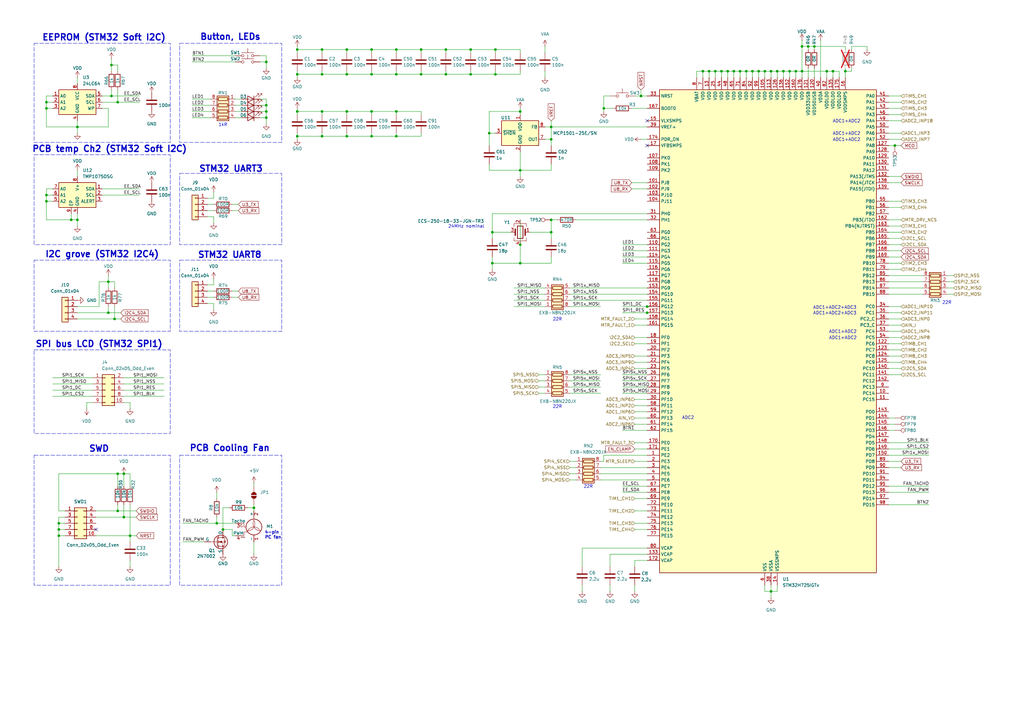
<source format=kicad_sch>
(kicad_sch (version 20250114) (generator "eeschema") (generator_version "9.0")
  (paper "A3")
  (rectangle (start 73.66 106.68) (end 115.57 135.89) (stroke (width 0) (type dash)))
  (rectangle (start 73.66 17.78) (end 115.57 58.42) (stroke (width 0) (type dash)))
  (rectangle (start 13.97 106.68) (end 69.85 135.89) (stroke (width 0) (type dash)))
  (rectangle (start 13.97 186.69) (end 69.85 240.03) (stroke (width 0) (type dash)))
  (rectangle (start 73.66 71.12) (end 115.57 100.33) (stroke (width 0) (type dash)))
  (rectangle (start 13.97 143.51) (end 69.85 177.8) (stroke (width 0) (type dash)))
  (rectangle (start 13.97 17.78) (end 69.85 58.42) (stroke (width 0) (type dash)))
  (rectangle (start 73.66 186.69) (end 115.57 240.03) (stroke (width 0) (type dash)))
  (rectangle (start 13.97 63.5) (end 69.85 100.33) (stroke (width 0) (type dash)))
  (text "ADC1+ADC2" (at 345.694 136.144 0) (effects (font (size 1.27 1.27))))
  (text "ADC1+ADC2" (at 347.218 57.404 0) (effects (font (size 1.27 1.27))))
  (text "24MHz nominal" (at 191.262 92.964 0) (effects (font (size 1.27 1.27))))
  (text "ADC2" (at 282.194 171.45 0) (effects (font (size 1.27 1.27))))
  (text "EEPROM (STM32 Soft I2C)" (at 42.672 15.494 0) (effects (font (size 2.54 2.54) (thickness 0.508) (bold yes))))
  (text "22R" (at 228.6 131.064 0) (effects (font (size 1.27 1.27))))
  (text "STM32 UART3" (at 94.742 69.342 0) (effects (font (size 2.54 2.54) (thickness 0.508) (bold yes))))
  (text "ADC1+ADC2" (at 347.218 49.784 0) (effects (font (size 1.27 1.27))))
  (text "1kR" (at 91.44 51.308 0) (effects (font (size 1.27 1.27))))
  (text "I2C grove (STM32 I2C4)" (at 41.91 104.394 0) (effects (font (size 2.54 2.54) (thickness 0.508) (bold yes))))
  (text "Button, LEDs" (at 94.488 15.24 0) (effects (font (size 2.54 2.54) (thickness 0.508) (bold yes))))
  (text "22R" (at 241.3 199.644 0) (effects (font (size 1.27 1.27))))
  (text "PCB Cooling Fan" (at 94.234 183.896 0) (effects (font (size 2.54 2.54) (thickness 0.508) (bold yes))))
  (text "STM32 UART8" (at 94.234 104.648 0) (effects (font (size 2.54 2.54) (thickness 0.508) (bold yes))))
  (text "SWD" (at 40.64 184.15 0) (effects (font (size 2.54 2.54) (thickness 0.508) (bold yes))))
  (text "22R" (at 388.366 124.206 0) (effects (font (size 1.27 1.27))))
  (text "ADC1+ADC2+ADC3" (at 342.392 128.524 0) (effects (font (size 1.27 1.27))))
  (text "ADC1+ADC2" (at 345.694 138.684 0) (effects (font (size 1.27 1.27))))
  (text "ADC1+ADC2" (at 347.218 54.864 0) (effects (font (size 1.27 1.27))))
  (text "ADC1+ADC2+ADC3" (at 342.392 126.238 0) (effects (font (size 1.27 1.27))))
  (text "SPI bus LCD (STM32 SPI1)" (at 40.64 141.224 0) (effects (font (size 2.54 2.54) (thickness 0.508) (bold yes))))
  (text "PCB temp Ch2 (STM32 Soft I2C)" (at 44.958 61.214 0) (effects (font (size 2.54 2.54) (thickness 0.508) (bold yes))))
  (text "22R" (at 228.6 166.878 0) (effects (font (size 1.27 1.27))))
  (text "4-pin \nPC fan" (at 112.014 219.456 0) (effects (font (size 1.27 1.27) (thickness 0.254) (bold yes))))
  (junction (at 172.72 30.48))
  (junction (at 200.66 54.61))
  (junction (at 88.9 214.63))
  (junction (at 367.03 59.69))
  (junction (at 142.24 45.72))
  (junction (at 121.92 45.72))
  (junction (at 203.2 30.48))
  (junction (at 300.99 29.21))
  (junction (at 308.61 29.21))
  (junction (at 323.85 29.21))
  (junction (at 132.08 20.32))
  (junction (at 226.06 90.17))
  (junction (at 132.08 30.48))
  (junction (at 162.56 55.88))
  (junction (at 48.26 209.55))
  (junction (at 193.04 20.32))
  (junction (at 213.36 45.72))
  (junction (at 182.88 30.48))
  (junction (at 19.05 44.45))
  (junction (at 293.37 29.21))
  (junction (at 334.01 19.05))
  (junction (at 142.24 55.88))
  (junction (at 121.92 30.48))
  (junction (at 326.39 29.21))
  (junction (at 213.36 107.95))
  (junction (at 203.2 20.32))
  (junction (at 213.36 100.33))
  (junction (at 213.36 69.85))
  (junction (at 104.14 208.28))
  (junction (at 226.06 95.25))
  (junction (at 341.63 29.21))
  (junction (at 321.31 29.21))
  (junction (at 162.56 20.32))
  (junction (at 132.08 45.72))
  (junction (at 226.06 57.15))
  (junction (at 24.13 219.71))
  (junction (at 44.45 115.57))
  (junction (at 50.8 194.31))
  (junction (at 109.22 45.72))
  (junction (at 121.92 20.32))
  (junction (at 29.21 90.17))
  (junction (at 53.34 219.71))
  (junction (at 265.43 128.27))
  (junction (at 201.93 95.25))
  (junction (at 311.15 29.21))
  (junction (at 313.69 29.21))
  (junction (at 265.43 125.73))
  (junction (at 109.22 43.18))
  (junction (at 121.92 55.88))
  (junction (at 48.26 194.31))
  (junction (at 247.65 44.45))
  (junction (at 152.4 55.88))
  (junction (at 31.75 52.07))
  (junction (at 109.22 48.26))
  (junction (at 48.26 41.91))
  (junction (at 152.4 30.48))
  (junction (at 346.71 29.21))
  (junction (at 306.07 29.21))
  (junction (at 162.56 30.48))
  (junction (at 31.75 90.17))
  (junction (at 19.05 80.01))
  (junction (at 132.08 55.88))
  (junction (at 19.05 41.91))
  (junction (at 44.45 128.27))
  (junction (at 339.09 29.21))
  (junction (at 19.05 82.55))
  (junction (at 152.4 45.72))
  (junction (at 290.83 29.21))
  (junction (at 193.04 30.48))
  (junction (at 331.47 19.05))
  (junction (at 152.4 20.32))
  (junction (at 162.56 45.72))
  (junction (at 45.72 39.37))
  (junction (at 328.93 19.05))
  (junction (at 318.77 29.21))
  (junction (at 295.91 29.21))
  (junction (at 316.23 242.57))
  (junction (at 172.72 20.32))
  (junction (at 298.45 29.21))
  (junction (at 46.99 130.81))
  (junction (at 316.23 29.21))
  (junction (at 24.13 217.17))
  (junction (at 201.93 107.95))
  (junction (at 328.93 29.21))
  (junction (at 226.06 52.07))
  (junction (at 91.44 217.17))
  (junction (at 262.89 39.37))
  (junction (at 109.22 25.4))
  (junction (at 45.72 26.67))
  (junction (at 142.24 20.32))
  (junction (at 303.53 29.21))
  (junction (at 24.13 214.63))
  (junction (at 50.8 212.09))
  (junction (at 288.29 29.21))
  (junction (at 142.24 30.48))
  (junction (at 182.88 20.32))
  (no_connect (at 265.43 59.69))
  (no_connect (at 39.37 217.17))
  (no_connect (at 265.43 49.53))
  (wire (pts (xy 260.35 214.63) (xy 265.43 214.63)))
  (wire (pts (xy 369.57 153.67) (xy 364.49 153.67)))
  (wire (pts (xy 378.46 120.65) (xy 364.49 120.65)))
  (wire (pts (xy 44.45 113.03) (xy 44.45 115.57)))
  (wire (pts (xy 369.57 49.53) (xy 364.49 49.53)))
  (wire (pts (xy 201.93 107.95) (xy 213.36 107.95)))
  (wire (pts (xy 290.83 29.21) (xy 293.37 29.21)))
  (wire (pts (xy 391.16 118.11) (xy 388.62 118.11)))
  (wire (pts (xy 50.8 160.02) (xy 67.31 160.02)))
  (wire (pts (xy 369.57 148.59) (xy 364.49 148.59)))
  (wire (pts (xy 31.75 52.07) (xy 31.75 49.53)))
  (wire (pts (xy 101.6 208.28) (xy 104.14 208.28)))
  (wire (pts (xy 97.79 83.82) (xy 95.25 83.82)))
  (wire (pts (xy 53.34 165.1) (xy 50.8 165.1)))
  (wire (pts (xy 255.27 199.39) (xy 265.43 199.39)))
  (wire (pts (xy 200.66 54.61) (xy 200.66 45.72)))
  (wire (pts (xy 78.74 43.18) (xy 86.36 43.18)))
  (wire (pts (xy 246.38 194.31) (xy 265.43 194.31)))
  (wire (pts (xy 40.64 125.73) (xy 40.64 115.57)))
  (wire (pts (xy 247.65 189.23) (xy 247.65 186.69)))
  (wire (pts (xy 193.04 21.59) (xy 193.04 20.32)))
  (wire (pts (xy 132.08 55.88) (xy 121.92 55.88)))
  (wire (pts (xy 259.08 74.93) (xy 265.43 74.93)))
  (wire (pts (xy 298.45 29.21) (xy 298.45 31.75)))
  (wire (pts (xy 328.93 16.51) (xy 328.93 19.05)))
  (wire (pts (xy 132.08 20.32) (xy 132.08 21.59)))
  (wire (pts (xy 339.09 31.75) (xy 339.09 29.21)))
  (wire (pts (xy 285.75 29.21) (xy 288.29 29.21)))
  (wire (pts (xy 247.65 39.37) (xy 247.65 44.45)))
  (wire (pts (xy 29.21 87.63) (xy 29.21 90.17)))
  (wire (pts (xy 31.75 90.17) (xy 31.75 92.71)))
  (wire (pts (xy 260.35 138.43) (xy 265.43 138.43)))
  (wire (pts (xy 162.56 30.48) (xy 172.72 30.48)))
  (wire (pts (xy 19.05 41.91) (xy 19.05 44.45)))
  (wire (pts (xy 260.35 229.87) (xy 260.35 232.41)))
  (wire (pts (xy 260.35 184.15) (xy 265.43 184.15)))
  (wire (pts (xy 182.88 20.32) (xy 193.04 20.32)))
  (wire (pts (xy 44.45 44.45) (xy 44.45 52.07)))
  (wire (pts (xy 246.38 196.85) (xy 265.43 196.85)))
  (wire (pts (xy 247.65 44.45) (xy 251.46 44.45)))
  (wire (pts (xy 255.27 105.41) (xy 265.43 105.41)))
  (wire (pts (xy 162.56 29.21) (xy 162.56 30.48)))
  (wire (pts (xy 200.66 69.85) (xy 213.36 69.85)))
  (wire (pts (xy 50.8 194.31) (xy 48.26 194.31)))
  (wire (pts (xy 364.49 199.39) (xy 381 199.39)))
  (wire (pts (xy 49.53 128.27) (xy 44.45 128.27)))
  (wire (pts (xy 132.08 54.61) (xy 132.08 55.88)))
  (wire (pts (xy 172.72 46.99) (xy 172.72 45.72)))
  (wire (pts (xy 369.57 138.43) (xy 364.49 138.43)))
  (wire (pts (xy 331.47 27.94) (xy 331.47 31.75)))
  (wire (pts (xy 318.77 29.21) (xy 321.31 29.21)))
  (wire (pts (xy 132.08 30.48) (xy 121.92 30.48)))
  (wire (pts (xy 48.26 207.01) (xy 48.26 209.55)))
  (wire (pts (xy 24.13 214.63) (xy 26.67 214.63)))
  (wire (pts (xy 255.27 153.67) (xy 265.43 153.67)))
  (wire (pts (xy 226.06 105.41) (xy 226.06 107.95)))
  (wire (pts (xy 260.35 151.13) (xy 265.43 151.13)))
  (wire (pts (xy 132.08 55.88) (xy 142.24 55.88)))
  (wire (pts (xy 367.03 59.69) (xy 369.57 59.69)))
  (wire (pts (xy 24.13 217.17) (xy 26.67 217.17)))
  (wire (pts (xy 44.45 115.57) (xy 44.45 118.11)))
  (wire (pts (xy 46.99 115.57) (xy 44.45 115.57)))
  (wire (pts (xy 303.53 29.21) (xy 306.07 29.21)))
  (wire (pts (xy 369.57 125.73) (xy 364.49 125.73)))
  (wire (pts (xy 226.06 52.07) (xy 226.06 57.15)))
  (wire (pts (xy 346.71 19.05) (xy 334.01 19.05)))
  (wire (pts (xy 48.26 41.91) (xy 57.15 41.91)))
  (wire (pts (xy 260.35 217.17) (xy 265.43 217.17)))
  (wire (pts (xy 369.57 44.45) (xy 364.49 44.45)))
  (wire (pts (xy 201.93 107.95) (xy 201.93 105.41)))
  (wire (pts (xy 53.34 219.71) (xy 55.88 219.71)))
  (wire (pts (xy 228.6 90.17) (xy 226.06 90.17)))
  (wire (pts (xy 41.91 77.47) (xy 57.15 77.47)))
  (wire (pts (xy 260.35 181.61) (xy 265.43 181.61)))
  (wire (pts (xy 74.93 214.63) (xy 88.9 214.63)))
  (wire (pts (xy 48.26 29.21) (xy 48.26 26.67)))
  (wire (pts (xy 313.69 29.21) (xy 316.23 29.21)))
  (wire (pts (xy 152.4 55.88) (xy 162.56 55.88)))
  (wire (pts (xy 78.74 22.86) (xy 96.52 22.86)))
  (wire (pts (xy 99.06 43.18) (xy 96.52 43.18)))
  (wire (pts (xy 19.05 82.55) (xy 19.05 90.17)))
  (wire (pts (xy 223.52 153.67) (xy 220.98 153.67)))
  (wire (pts (xy 172.72 20.32) (xy 182.88 20.32)))
  (wire (pts (xy 24.13 219.71) (xy 24.13 217.17)))
  (wire (pts (xy 41.91 80.01) (xy 57.15 80.01)))
  (wire (pts (xy 316.23 29.21) (xy 318.77 29.21)))
  (wire (pts (xy 78.74 48.26) (xy 86.36 48.26)))
  (wire (pts (xy 250.19 227.33) (xy 250.19 232.41)))
  (wire (pts (xy 121.92 44.45) (xy 121.92 45.72)))
  (wire (pts (xy 260.35 209.55) (xy 265.43 209.55)))
  (wire (pts (xy 328.93 29.21) (xy 328.93 31.75)))
  (wire (pts (xy 24.13 214.63) (xy 24.13 212.09)))
  (wire (pts (xy 21.59 162.56) (xy 38.1 162.56)))
  (wire (pts (xy 255.27 102.87) (xy 265.43 102.87)))
  (wire (pts (xy 142.24 29.21) (xy 142.24 30.48)))
  (wire (pts (xy 260.35 242.57) (xy 260.35 240.03)))
  (wire (pts (xy 87.63 124.46) (xy 85.09 124.46)))
  (wire (pts (xy 109.22 22.86) (xy 109.22 25.4)))
  (wire (pts (xy 311.15 29.21) (xy 313.69 29.21)))
  (wire (pts (xy 306.07 29.21) (xy 306.07 31.75)))
  (wire (pts (xy 35.56 165.1) (xy 35.56 167.64)))
  (wire (pts (xy 233.68 118.11) (xy 265.43 118.11)))
  (wire (pts (xy 311.15 29.21) (xy 311.15 31.75)))
  (wire (pts (xy 24.13 217.17) (xy 24.13 214.63)))
  (wire (pts (xy 226.06 57.15) (xy 226.06 59.69)))
  (wire (pts (xy 53.34 219.71) (xy 53.34 222.25)))
  (wire (pts (xy 99.06 40.64) (xy 96.52 40.64)))
  (wire (pts (xy 260.35 204.47) (xy 265.43 204.47)))
  (wire (pts (xy 265.43 229.87) (xy 260.35 229.87)))
  (wire (pts (xy 50.8 194.31) (xy 50.8 199.39)))
  (wire (pts (xy 121.92 30.48) (xy 121.92 29.21)))
  (wire (pts (xy 193.04 30.48) (xy 203.2 30.48)))
  (wire (pts (xy 55.88 212.09) (xy 50.8 212.09)))
  (wire (pts (xy 109.22 48.26) (xy 106.68 48.26)))
  (wire (pts (xy 104.14 227.33) (xy 104.14 222.25)))
  (wire (pts (xy 50.8 157.48) (xy 67.31 157.48)))
  (wire (pts (xy 213.36 29.21) (xy 213.36 30.48)))
  (wire (pts (xy 53.34 199.39) (xy 53.34 194.31)))
  (wire (pts (xy 152.4 29.21) (xy 152.4 30.48)))
  (wire (pts (xy 313.69 240.03) (xy 313.69 242.57)))
  (wire (pts (xy 213.36 20.32) (xy 203.2 20.32)))
  (wire (pts (xy 40.64 115.57) (xy 44.45 115.57)))
  (wire (pts (xy 109.22 40.64) (xy 109.22 43.18)))
  (wire (pts (xy 109.22 27.94) (xy 109.22 25.4)))
  (wire (pts (xy 172.72 30.48) (xy 182.88 30.48)))
  (wire (pts (xy 121.92 19.05) (xy 121.92 20.32)))
  (wire (pts (xy 21.59 160.02) (xy 38.1 160.02)))
  (wire (pts (xy 349.25 19.05) (xy 349.25 20.32)))
  (wire (pts (xy 233.68 194.31) (xy 236.22 194.31)))
  (wire (pts (xy 344.17 31.75) (xy 344.17 29.21)))
  (wire (pts (xy 193.04 29.21) (xy 193.04 30.48)))
  (wire (pts (xy 255.27 107.95) (xy 265.43 107.95)))
  (wire (pts (xy 203.2 29.21) (xy 203.2 30.48)))
  (wire (pts (xy 24.13 212.09) (xy 26.67 212.09)))
  (wire (pts (xy 369.57 189.23) (xy 364.49 189.23)))
  (wire (pts (xy 339.09 29.21) (xy 328.93 29.21)))
  (wire (pts (xy 233.68 153.67) (xy 246.38 153.67)))
  (wire (pts (xy 260.35 189.23) (xy 265.43 189.23)))
  (wire (pts (xy 24.13 219.71) (xy 26.67 219.71)))
  (wire (pts (xy 262.89 57.15) (xy 265.43 57.15)))
  (wire (pts (xy 74.93 222.25) (xy 83.82 222.25)))
  (wire (pts (xy 369.57 72.39) (xy 364.49 72.39)))
  (wire (pts (xy 246.38 191.77) (xy 265.43 191.77)))
  (wire (pts (xy 41.91 41.91) (xy 48.26 41.91)))
  (wire (pts (xy 53.34 229.87) (xy 53.34 232.41)))
  (wire (pts (xy 213.36 69.85) (xy 213.36 72.39)))
  (wire (pts (xy 223.52 161.29) (xy 220.98 161.29)))
  (wire (pts (xy 255.27 201.93) (xy 265.43 201.93)))
  (wire (pts (xy 46.99 118.11) (xy 46.99 115.57)))
  (wire (pts (xy 201.93 95.25) (xy 201.93 87.63)))
  (wire (pts (xy 334.01 20.32) (xy 334.01 19.05)))
  (wire (pts (xy 99.06 45.72) (xy 96.52 45.72)))
  (wire (pts (xy 78.74 40.64) (xy 86.36 40.64)))
  (wire (pts (xy 97.79 121.92) (xy 95.25 121.92)))
  (wire (pts (xy 223.52 52.07) (xy 226.06 52.07)))
  (wire (pts (xy 91.44 208.28) (xy 91.44 217.17)))
  (wire (pts (xy 369.57 128.27) (xy 364.49 128.27)))
  (wire (pts (xy 46.99 125.73) (xy 46.99 130.81)))
  (wire (pts (xy 391.16 115.57) (xy 388.62 115.57)))
  (wire (pts (xy 295.91 29.21) (xy 298.45 29.21)))
  (wire (pts (xy 109.22 25.4) (xy 106.68 25.4)))
  (wire (pts (xy 285.75 31.75) (xy 285.75 29.21)))
  (wire (pts (xy 99.06 48.26) (xy 96.52 48.26)))
  (wire (pts (xy 236.22 90.17) (xy 265.43 90.17)))
  (wire (pts (xy 209.55 95.25) (xy 201.93 95.25)))
  (wire (pts (xy 260.35 148.59) (xy 265.43 148.59)))
  (wire (pts (xy 24.13 194.31) (xy 24.13 209.55)))
  (wire (pts (xy 210.82 120.65) (xy 223.52 120.65)))
  (wire (pts (xy 142.24 45.72) (xy 142.24 46.99)))
  (wire (pts (xy 260.35 133.35) (xy 265.43 133.35)))
  (wire (pts (xy 226.06 67.31) (xy 226.06 69.85)))
  (wire (pts (xy 203.2 20.32) (xy 203.2 21.59)))
  (wire (pts (xy 290.83 29.21) (xy 290.83 31.75)))
  (wire (pts (xy 19.05 41.91) (xy 21.59 41.91)))
  (wire (pts (xy 346.71 20.32) (xy 346.71 19.05)))
  (wire (pts (xy 142.24 54.61) (xy 142.24 55.88)))
  (wire (pts (xy 378.46 118.11) (xy 364.49 118.11)))
  (wire (pts (xy 247.65 45.72) (xy 247.65 44.45)))
  (wire (pts (xy 391.16 120.65) (xy 388.62 120.65)))
  (wire (pts (xy 142.24 45.72) (xy 152.4 45.72)))
  (wire (pts (xy 233.68 125.73) (xy 246.38 125.73)))
  (wire (pts (xy 88.9 214.63) (xy 96.52 214.63)))
  (wire (pts (xy 316.23 242.57) (xy 316.23 245.11)))
  (wire (pts (xy 233.68 156.21) (xy 246.38 156.21)))
  (wire (pts (xy 132.08 30.48) (xy 142.24 30.48)))
  (wire (pts (xy 364.49 201.93) (xy 381 201.93)))
  (wire (pts (xy 259.08 44.45) (xy 265.43 44.45)))
  (wire (pts (xy 391.16 113.03) (xy 388.62 113.03)))
  (wire (pts (xy 265.43 227.33) (xy 250.19 227.33)))
  (wire (pts (xy 364.49 176.53) (xy 367.03 176.53)))
  (wire (pts (xy 318.77 240.03) (xy 318.77 242.57)))
  (wire (pts (xy 121.92 55.88) (xy 121.92 54.61)))
  (wire (pts (xy 109.22 43.18) (xy 109.22 45.72)))
  (wire (pts (xy 255.27 158.75) (xy 265.43 158.75)))
  (wire (pts (xy 238.76 224.79) (xy 238.76 232.41)))
  (wire (pts (xy 233.68 120.65) (xy 265.43 120.65)))
  (wire (pts (xy 226.06 90.17) (xy 226.06 95.25)))
  (wire (pts (xy 200.66 54.61) (xy 200.66 59.69)))
  (wire (pts (xy 341.63 31.75) (xy 341.63 29.21)))
  (wire (pts (xy 364.49 186.69) (xy 381 186.69)))
  (wire (pts (xy 19.05 44.45) (xy 19.05 52.07)))
  (wire (pts (xy 50.8 194.31) (xy 53.34 194.31)))
  (wire (pts (xy 306.07 29.21) (xy 308.61 29.21)))
  (wire (pts (xy 288.29 31.75) (xy 288.29 29.21)))
  (wire (pts (xy 321.31 29.21) (xy 323.85 29.21)))
  (wire (pts (xy 378.46 115.57) (xy 364.49 115.57)))
  (wire (pts (xy 313.69 242.57) (xy 316.23 242.57)))
  (wire (pts (xy 369.57 105.41) (xy 364.49 105.41)))
  (wire (pts (xy 346.71 29.21) (xy 346.71 31.75)))
  (wire (pts (xy 293.37 29.21) (xy 295.91 29.21)))
  (wire (pts (xy 172.72 20.32) (xy 172.72 21.59)))
  (wire (pts (xy 109.22 45.72) (xy 109.22 48.26)))
  (wire (pts (xy 162.56 54.61) (xy 162.56 55.88)))
  (wire (pts (xy 87.63 91.44) (xy 87.63 88.9)))
  (wire (pts (xy 93.98 208.28) (xy 91.44 208.28)))
  (wire (pts (xy 50.8 212.09) (xy 39.37 212.09)))
  (wire (pts (xy 21.59 39.37) (xy 19.05 39.37)))
  (wire (pts (xy 49.53 130.81) (xy 46.99 130.81)))
  (wire (pts (xy 364.49 181.61) (xy 381 181.61)))
  (wire (pts (xy 121.92 45.72) (xy 121.92 46.99)))
  (wire (pts (xy 53.34 167.64) (xy 53.34 165.1)))
  (wire (pts (xy 328.93 19.05) (xy 328.93 29.21)))
  (wire (pts (xy 369.57 107.95) (xy 364.49 107.95)))
  (wire (pts (xy 152.4 20.32) (xy 162.56 20.32)))
  (wire (pts (xy 121.92 31.75) (xy 121.92 30.48)))
  (wire (pts (xy 24.13 232.41) (xy 24.13 219.71)))
  (wire (pts (xy 318.77 29.21) (xy 318.77 31.75)))
  (wire (pts (xy 316.23 29.21) (xy 316.23 31.75)))
  (wire (pts (xy 255.27 161.29) (xy 265.43 161.29)))
  (wire (pts (xy 260.35 168.91) (xy 265.43 168.91)))
  (wire (pts (xy 172.72 29.21) (xy 172.72 30.48)))
  (wire (pts (xy 162.56 20.32) (xy 162.56 21.59)))
  (wire (pts (xy 210.82 125.73) (xy 223.52 125.73)))
  (wire (pts (xy 31.75 130.81) (xy 46.99 130.81)))
  (wire (pts (xy 255.27 125.73) (xy 265.43 125.73)))
  (wire (pts (xy 369.57 85.09) (xy 364.49 85.09)))
  (wire (pts (xy 364.49 133.35) (xy 369.57 133.35)))
  (wire (pts (xy 106.68 43.18) (xy 109.22 43.18)))
  (wire (pts (xy 41.91 39.37) (xy 45.72 39.37)))
  (wire (pts (xy 260.35 166.37) (xy 265.43 166.37)))
  (wire (pts (xy 121.92 45.72) (xy 132.08 45.72)))
  (wire (pts (xy 260.35 173.99) (xy 265.43 173.99)))
  (wire (pts (xy 21.59 154.94) (xy 38.1 154.94)))
  (wire (pts (xy 19.05 77.47) (xy 19.05 80.01)))
  (wire (pts (xy 201.93 97.79) (xy 201.93 95.25)))
  (wire (pts (xy 142.24 20.32) (xy 142.24 21.59)))
  (wire (pts (xy 85.09 81.28) (xy 87.63 81.28)))
  (wire (pts (xy 260.35 171.45) (xy 265.43 171.45)))
  (wire (pts (xy 255.27 176.53) (xy 265.43 176.53)))
  (wire (pts (xy 293.37 29.21) (xy 293.37 31.75)))
  (wire (pts (xy 321.31 29.21) (xy 321.31 31.75)))
  (wire (pts (xy 378.46 113.03) (xy 364.49 113.03)))
  (wire (pts (xy 323.85 31.75) (xy 323.85 29.21)))
  (wire (pts (xy 223.52 31.75) (xy 223.52 29.21)))
  (wire (pts (xy 255.27 100.33) (xy 265.43 100.33)))
  (wire (pts (xy 308.61 29.21) (xy 311.15 29.21)))
  (wire (pts (xy 152.4 30.48) (xy 162.56 30.48)))
  (wire (pts (xy 213.36 100.33) (xy 213.36 107.95)))
  (wire (pts (xy 210.82 118.11) (xy 223.52 118.11)))
  (wire (pts (xy 91.44 217.17) (xy 95.25 217.17)))
  (wire (pts (xy 369.57 92.71) (xy 364.49 92.71)))
  (wire (pts (xy 172.72 54.61) (xy 172.72 55.88)))
  (wire (pts (xy 104.14 199.39) (xy 104.14 198.12)))
  (wire (pts (xy 97.79 119.38) (xy 95.25 119.38)))
  (wire (pts (xy 48.26 26.67) (xy 45.72 26.67)))
  (wire (pts (xy 50.8 154.94) (xy 67.31 154.94)))
  (wire (pts (xy 162.56 45.72) (xy 162.56 46.99)))
  (wire (pts (xy 45.72 39.37) (xy 57.15 39.37)))
  (wire (pts (xy 323.85 29.21) (xy 326.39 29.21)))
  (wire (pts (xy 369.57 140.97) (xy 364.49 140.97)))
  (wire (pts (xy 336.55 16.51) (xy 336.55 31.75)))
  (wire (pts (xy 203.2 54.61) (xy 200.66 54.61)))
  (wire (pts (xy 41.91 44.45) (xy 44.45 44.45)))
  (wire (pts (xy 369.57 46.99) (xy 364.49 46.99)))
  (wire (pts (xy 316.23 240.03) (xy 316.23 242.57)))
  (wire (pts (xy 318.77 242.57) (xy 316.23 242.57)))
  (wire (pts (xy 87.63 83.82) (xy 85.09 83.82)))
  (wire (pts (xy 213.36 90.17) (xy 213.36 100.33)))
  (wire (pts (xy 226.06 49.53) (xy 226.06 52.07)))
  (wire (pts (xy 162.56 20.32) (xy 172.72 20.32)))
  (wire (pts (xy 203.2 20.32) (xy 193.04 20.32)))
  (wire (pts (xy 355.6 20.32) (xy 355.6 19.05)))
  (wire (pts (xy 226.06 107.95) (xy 213.36 107.95)))
  (wire (pts (xy 21.59 157.48) (xy 38.1 157.48)))
  (wire (pts (xy 142.24 30.48) (xy 152.4 30.48)))
  (wire (pts (xy 255.27 128.27) (xy 265.43 128.27)))
  (wire (pts (xy 369.57 57.15) (xy 364.49 57.15)))
  (wire (pts (xy 200.66 45.72) (xy 213.36 45.72)))
  (wire (pts (xy 201.93 107.95) (xy 201.93 110.49)))
  (wire (pts (xy 369.57 143.51) (xy 364.49 143.51)))
  (wire (pts (xy 182.88 20.32) (xy 182.88 21.59)))
  (wire (pts (xy 300.99 29.21) (xy 300.99 31.75)))
  (wire (pts (xy 87.63 86.36) (xy 85.09 86.36)))
  (wire (pts (xy 19.05 52.07) (xy 31.75 52.07)))
  (wire (pts (xy 35.56 165.1) (xy 38.1 165.1)))
  (wire (pts (xy 213.36 21.59) (xy 213.36 20.32)))
  (wire (pts (xy 367.03 173.99) (xy 364.49 173.99)))
  (wire (pts (xy 369.57 97.79) (xy 364.49 97.79)))
  (wire (pts (xy 213.36 44.45) (xy 213.36 45.72)))
  (wire (pts (xy 369.57 41.91) (xy 364.49 41.91)))
  (wire (pts (xy 200.66 67.31) (xy 200.66 69.85)))
  (wire (pts (xy 44.45 125.73) (xy 44.45 128.27)))
  (wire (pts (xy 31.75 87.63) (xy 31.75 90.17)))
  (wire (pts (xy 250.19 242.57) (xy 250.19 240.03)))
  (wire (pts (xy 142.24 55.88) (xy 152.4 55.88)))
  (wire (pts (xy 87.63 127) (xy 87.63 124.46)))
  (wire (pts (xy 331.47 19.05) (xy 328.93 19.05)))
  (wire (pts (xy 104.14 207.01) (xy 104.14 208.28)))
  (wire (pts (xy 88.9 212.09) (xy 88.9 214.63)))
  (wire (pts (xy 85.09 116.84) (xy 87.63 116.84)))
  (wire (pts (xy 87.63 116.84) (xy 87.63 114.3)))
  (wire (pts (xy 223.52 156.21) (xy 220.98 156.21)))
  (wire (pts (xy 369.57 74.93) (xy 364.49 74.93)))
  (wire (pts (xy 121.92 57.15) (xy 121.92 55.88)))
  (wire (pts (xy 31.75 128.27) (xy 44.45 128.27)))
  (wire (pts (xy 298.45 29.21) (xy 300.99 29.21)))
  (wire (pts (xy 233.68 161.29) (xy 246.38 161.29)))
  (wire (pts (xy 313.69 29.21) (xy 313.69 31.75)))
  (wire (pts (xy 260.35 163.83) (xy 265.43 163.83)))
  (wire (pts (xy 226.06 95.25) (xy 226.06 97.79)))
  (wire (pts (xy 247.65 186.69) (xy 265.43 186.69)))
  (wire (pts (xy 223.52 57.15) (xy 226.06 57.15)))
  (wire (pts (xy 104.14 208.28) (xy 104.14 209.55)))
  (wire (pts (xy 48.26 194.31) (xy 48.26 199.39)))
  (wire (pts (xy 369.57 54.61) (xy 364.49 54.61)))
  (wire (pts (xy 203.2 30.48) (xy 213.36 30.48)))
  (wire (pts (xy 19.05 39.37) (xy 19.05 41.91)))
  (wire (pts (xy 326.39 29.21) (xy 328.93 29.21)))
  (wire (pts (xy 48.26 194.31) (xy 24.13 194.31)))
  (wire (pts (xy 233.68 123.19) (xy 265.43 123.19)))
  (wire (pts (xy 132.08 20.32) (xy 142.24 20.32)))
  (wire (pts (xy 349.25 27.94) (xy 349.25 29.21)))
  (wire (pts (xy 331.47 20.32) (xy 331.47 19.05)))
  (wire (pts (xy 213.36 45.72) (xy 213.36 46.99)))
  (wire (pts (xy 223.52 19.05) (xy 223.52 21.59)))
  (wire (pts (xy 369.57 146.05) (xy 364.49 146.05)))
  (wire (pts (xy 19.05 90.17) (xy 29.21 90.17)))
  (wire (pts (xy 364.49 184.15) (xy 381 184.15)))
  (wire (pts (xy 369.57 191.77) (xy 364.49 191.77)))
  (wire (pts (xy 87.63 81.28) (xy 87.63 78.74)))
  (wire (pts (xy 369.57 110.49) (xy 364.49 110.49)))
  (wire (pts (xy 295.91 29.21) (xy 295.91 31.75)))
  (wire (pts (xy 369.57 130.81) (xy 364.49 130.81)))
  (wire (pts (xy 55.88 209.55) (xy 48.26 209.55)))
  (wire (pts (xy 226.06 95.25) (xy 217.17 95.25)))
  (wire (pts (xy 367.03 171.45) (xy 364.49 171.45)))
  (wire (pts (xy 364.49 59.69) (xy 367.03 59.69)))
  (wire (pts (xy 262.89 39.37) (xy 265.43 39.37)))
  (wire (pts (xy 288.29 29.21) (xy 290.83 29.21)))
  (wire (pts (xy 259.08 77.47) (xy 265.43 77.47)))
  (wire (pts (xy 233.68 191.77) (xy 236.22 191.77)))
  (wire (pts (xy 326.39 29.21) (xy 326.39 31.75)))
  (wire (pts (xy 223.52 158.75) (xy 220.98 158.75)))
  (wire (pts (xy 31.75 69.85) (xy 31.75 72.39)))
  (wire (pts (xy 369.57 151.13) (xy 364.49 151.13)))
  (wire (pts (xy 31.75 52.07) (xy 31.75 54.61)))
  (wire (pts (xy 265.43 224.79) (xy 238.76 224.79)))
  (wire (pts (xy 95.25 217.17) (xy 95.25 219.71)))
  (wire (pts (xy 121.92 20.32) (xy 121.92 21.59)))
  (wire (pts (xy 210.82 123.19) (xy 223.52 123.19)))
  (wire (pts (xy 334.01 27.94) (xy 334.01 31.75)))
  (wire (pts (xy 369.57 82.55) (xy 364.49 82.55)))
  (wire (pts (xy 78.74 45.72) (xy 86.36 45.72)))
  (wire (pts (xy 369.57 90.17) (xy 364.49 90.17)))
  (wire (pts (xy 50.8 207.01) (xy 50.8 212.09)))
  (wire (pts (xy 364.49 207.01) (xy 381 207.01)))
  (wire (pts (xy 238.76 242.57) (xy 238.76 240.03)))
  (wire (pts (xy 132.08 45.72) (xy 142.24 45.72)))
  (wire (pts (xy 162.56 45.72) (xy 172.72 45.72)))
  (wire (pts (xy 303.53 29.21) (xy 303.53 31.75)))
  (wire (pts (xy 152.4 46.99) (xy 152.4 45.72)))
  (wire (pts (xy 266.7 128.27) (xy 265.43 128.27)))
  (wire (pts (xy 95.25 219.71) (xy 96.52 219.71)))
  (wire (pts (xy 45.72 26.67) (xy 45.72 29.21)))
  (wire (pts (xy 97.79 86.36) (xy 95.25 86.36)))
  (wire (pts (xy 369.57 135.89) (xy 364.49 135.89)))
  (wire (pts (xy 226.06 69.85) (xy 213.36 69.85)))
  (wire (pts (xy 106.68 22.86) (xy 109.22 22.86)))
  (wire (pts (xy 132.08 45.72) (xy 132.08 46.99)))
  (wire (pts (xy 48.26 36.83) (xy 48.26 41.91)))
  (wire (pts (xy 106.68 40.64) (xy 109.22 40.64)))
  (wire (pts (xy 31.75 34.29) (xy 31.75 31.75)))
  (wire (pts (xy 44.45 52.07) (xy 31.75 52.07)))
  (wire (pts (xy 45.72 24.13) (xy 45.72 26.67)))
  (wire (pts (xy 132.08 29.21) (xy 132.08 30.48)))
  (wire (pts (xy 50.8 162.56) (xy 67.31 162.56)))
  (wire (pts (xy 334.01 19.05) (xy 331.47 19.05)))
  (wire (pts (xy 142.24 20.32) (xy 152.4 20.32)))
  (wire (pts (xy 19.05 80.01) (xy 21.59 80.01)))
  (wire (pts (xy 369.57 95.25) (xy 364.49 95.25)))
  (wire (pts (xy 233.68 196.85) (xy 236.22 196.85)))
  (wire (pts (xy 29.21 90.17) (xy 31.75 90.17)))
  (wire (pts (xy 349.25 29.21) (xy 346.71 29.21)))
  (wire (pts (xy 19.05 80.01) (xy 19.05 82.55)))
  (wire (pts (xy 24.13 209.55) (xy 26.67 209.55)))
  (wire (pts (xy 87.63 88.9) (xy 85.09 88.9)))
  (wire (pts (xy 226.06 52.07) (xy 265.43 52.07)))
  (wire (pts (xy 213.36 62.23) (xy 213.36 69.85)))
  (wire (pts (xy 355.6 19.05) (xy 349.25 19.05)))
  (wire (pts (xy 260.35 130.81) (xy 265.43 130.81)))
  (wire (pts (xy 19.05 82.55) (xy 21.59 82.55)))
  (wire (pts (xy 300.99 29.21) (xy 303.53 29.21)))
  (wire (pts (xy 121.92 20.32) (xy 132.08 20.32)))
  (wire (pts (xy 172.72 55.88) (xy 162.56 55.88)))
  (wire (pts (xy 182.88 30.48) (xy 193.04 30.48)))
  (wire (pts (xy 247.65 39.37) (xy 250.19 39.37)))
  (wire (pts (xy 233.68 158.75) (xy 246.38 158.75)))
  (wire (pts (xy 344.17 29.21) (xy 341.63 29.21)))
  (wire (pts (xy 260.35 140.97) (xy 265.43 140.97)))
  (wire (pts (xy 53.34 219.71) (xy 39.37 219.71)))
  (wire (pts (xy 233.68 189.23) (xy 236.22 189.23)))
  (wire (pts (xy 246.38 189.23) (xy 247.65 189.23)))
  (wire (pts (xy 201.93 87.63) (xy 265.43 87.63)))
  (wire (pts (xy 19.05 44.45) (xy 21.59 44.45)))
  (wire (pts (xy 152.4 54.61) (xy 152.4 55.88)))
  (wire (pts (xy 21.59 77.47) (xy 19.05 77.47)))
  (wire (pts (xy 308.61 29.21) (xy 308.61 31.75)))
  (wire (pts (xy 109.22 50.8) (xy 109.22 48.26)))
  (wire (pts (xy 88.9 201.93) (xy 88.9 204.47)))
  (wire (pts (xy 87.63 119.38) (xy 85.09 119.38)))
  (wire (pts (xy 87.63 121.92) (xy 85.09 121.92)))
  (wire (pts (xy 152.4 45.72) (xy 162.56 45.72)))
  (wire (pts (xy 152.4 21.59) (xy 152.4 20.32)))
  (wire (pts (xy 260.35 39.37) (xy 262.89 39.37)))
  (wire (pts (xy 182.88 29.21) (xy 182.88 30.48)))
  (wire (pts (xy 53.34 207.01) (xy 53.34 219.71)))
  (wire (pts (xy 369.57 39.37) (xy 364.49 39.37)))
  (wire (pts (xy 369.57 102.87) (xy 364.49 102.87)))
  (wire (pts (xy 31.75 125.73) (xy 40.64 125.73)))
  (wire (pts (xy 78.74 25.4) (xy 96.52 25.4)))
  (wire (pts (xy 262.89 36.83) (xy 262.89 39.37)))
  (wire (pts (xy 369.57 100.33) (xy 364.49 100.33)))
  (wire (pts (xy 266.7 125.73) (xy 265.43 125.73)))
  (wire (pts (xy 106.68 45.72) (xy 109.22 45.72)))
  (wire (pts (xy 346.71 27.94) (xy 346.71 29.21)))
  (wire (pts (xy 48.26 209.55) (xy 39.37 209.55)))
  (wire (pts (xy 260.35 146.05) (xy 265.43 146.05)))
  (wire (pts (xy 45.72 36.83) (xy 45.72 39.37)))
  (wire (pts (xy 341.63 29.21) (xy 339.09 29.21)))
  (wire (pts (xy 255.27 156.21) (xy 265.43 156.21)))
  (label "SPI1x_MOSI" (at 381 186.69 180))
  (label "SPI1_BLK" (at 54.61 162.56 0))
  (label "SPI1_NSS" (at 54.61 157.48 0))
  (label "SPI1x_NSS" (at 234.95 120.65 0))
  (label "EE_SDA" (at 255.27 201.93 0))
  (label "BTN1" (at 83.82 22.86 180))
  (label "SPI5x_NSS" (at 234.95 153.67 0))
  (label "FAN_TACHO" (at 381 199.39 180))
  (label "SPI5x_NSS" (at 255.27 153.67 0))
  (label "SPI1x_MOSI" (at 234.95 125.73 0))
  (label "EE_SDA" (at 50.8 39.37 0))
  (label "SPI5x_MISO" (at 234.95 158.75 0))
  (label "BTN2" (at 381 207.01 180))
  (label "FAN_TACHO" (at 74.93 214.63 0))
  (label "LED3" (at 78.74 45.72 0))
  (label "EE_SCL" (at 50.8 80.01 0))
  (label "SPI1_SCK" (at 212.09 123.19 0))
  (label "SPI1x_SCK" (at 234.95 123.19 0))
  (label "LED1" (at 255.27 100.33 0))
  (label "SPI1_CS2" (at 381 184.15 180))
  (label "LED1" (at 78.74 40.64 0))
  (label "LED3" (at 255.27 105.41 0))
  (label "SPI5x_SCK" (at 255.27 156.21 0))
  (label "EE_SDA" (at 50.8 77.47 0))
  (label "SPI1_CS2" (at 25.4 162.56 0))
  (label "SPI5x_MOSI" (at 234.95 156.21 0))
  (label "SPI1_RES" (at 54.61 160.02 0))
  (label "SPI1_DC" (at 255.27 125.73 0))
  (label "SPI1_MISO" (at 25.4 157.48 0))
  (label "EE_SCL" (at 255.27 199.39 0))
  (label "SPI1x_MISO" (at 234.95 118.11 0))
  (label "SPI1_MOSI" (at 54.61 154.94 0))
  (label "SPI1_BLK" (at 381 181.61 180))
  (label "LED4" (at 255.27 107.95 0))
  (label "FAN_PWM" (at 381 201.93 180))
  (label "BTN1" (at 255.27 176.53 0))
  (label "SPI1_SCK" (at 25.4 154.94 0))
  (label "LED2" (at 78.74 43.18 0))
  (label "SPI1_NSS" (at 212.09 120.65 0))
  (label "SPI5x_MOSI" (at 255.27 161.29 0))
  (label "LED2" (at 255.27 102.87 0))
  (label "SPI1_DC" (at 25.4 160.02 0))
  (label "BTN2" (at 83.82 25.4 180))
  (label "SPI5x_MISO" (at 255.27 158.75 0))
  (label "SPI1_RES" (at 255.27 128.27 0))
  (label "SPI5x_SCK" (at 234.95 161.29 0))
  (label "FAN_PWM" (at 74.93 222.25 0))
  (label "SPI1_MISO" (at 212.09 118.11 0))
  (label "LED4" (at 78.74 48.26 0))
  (label "SPI1_MOSI" (at 212.09 125.73 0))
  (label "EE_SCL" (at 50.8 41.91 0))
  (global_label "SWCLK" (shape input) (at 369.57 74.93 0) (property "Intersheetrefs" "${INTERSHEET_REFS}" (at 378.7842 74.93 0) (effects (justify left))))
  (global_label "SWDIO" (shape input) (at 369.57 72.39 0) (property "Intersheetrefs" "${INTERSHEET_REFS}" (at 378.4214 72.39 0) (effects (justify left))))
  (global_label "U8_TX" (shape input) (at 259.08 74.93 180) (property "Intersheetrefs" "${INTERSHEET_REFS}" (at 250.4101 74.93 0) (effects (justify right))))
  (global_label "VREF" (shape input) (at 226.06 49.53 90) (property "Intersheetrefs" "${INTERSHEET_REFS}" (at 226.06 41.9486 90) (effects (justify left))))
  (global_label "I2C4_SDA" (shape input) (at 369.57 105.41 0) (property "Intersheetrefs" "${INTERSHEET_REFS}" (at 381.3847 105.41 0) (effects (justify left))))
  (global_label "EN_CLAMP" (shape input) (at 260.35 184.15 180) (property "Intersheetrefs" "${INTERSHEET_REFS}" (at 247.8096 184.15 0) (effects (justify right))))
  (global_label "U3_TX" (shape input) (at 97.79 83.82 0) (property "Intersheetrefs" "${INTERSHEET_REFS}" (at 106.4599 83.82 0) (effects (justify left))))
  (global_label "U8_RX" (shape input) (at 259.08 77.47 180) (property "Intersheetrefs" "${INTERSHEET_REFS}" (at 250.1077 77.47 0) (effects (justify right))))
  (global_label "MCO" (shape input) (at 369.57 59.69 0) (property "Intersheetrefs" "${INTERSHEET_REFS}" (at 376.6071 59.69 0) (effects (justify left))))
  (global_label "SWCLK" (shape input) (at 55.88 212.09 0) (property "Intersheetrefs" "${INTERSHEET_REFS}" (at 65.0942 212.09 0) (effects (justify left))))
  (global_label "U8_RX" (shape input) (at 97.79 121.92 0) (property "Intersheetrefs" "${INTERSHEET_REFS}" (at 106.7623 121.92 0) (effects (justify left))))
  (global_label "SWDIO" (shape input) (at 55.88 209.55 0) (property "Intersheetrefs" "${INTERSHEET_REFS}" (at 64.7314 209.55 0) (effects (justify left))))
  (global_label "U3_RX" (shape input) (at 369.57 191.77 0) (property "Intersheetrefs" "${INTERSHEET_REFS}" (at 378.5423 191.77 0) (effects (justify left))))
  (global_label "I2C4_SCL" (shape input) (at 49.53 130.81 0) (property "Intersheetrefs" "${INTERSHEET_REFS}" (at 61.2842 130.81 0) (effects (justify left))))
  (global_label "NRST" (shape input) (at 55.88 219.71 0) (property "Intersheetrefs" "${INTERSHEET_REFS}" (at 63.6428 219.71 0) (effects (justify left))))
  (global_label "I2C4_SDA" (shape input) (at 49.53 128.27 0) (property "Intersheetrefs" "${INTERSHEET_REFS}" (at 61.3447 128.27 0) (effects (justify left))))
  (global_label "I2C4_SCL" (shape input) (at 369.57 102.87 0) (property "Intersheetrefs" "${INTERSHEET_REFS}" (at 381.3242 102.87 0) (effects (justify left))))
  (global_label "U8_TX" (shape input) (at 97.79 119.38 0) (property "Intersheetrefs" "${INTERSHEET_REFS}" (at 106.4599 119.38 0) (effects (justify left))))
  (global_label "U3_RX" (shape input) (at 97.79 86.36 0) (property "Intersheetrefs" "${INTERSHEET_REFS}" (at 106.7623 86.36 0) (effects (justify left))))
  (global_label "NRST" (shape input) (at 262.89 36.83 90) (property "Intersheetrefs" "${INTERSHEET_REFS}" (at 262.89 29.0672 90) (effects (justify left))))
  (global_label "U3_TX" (shape input) (at 369.57 189.23 0) (property "Intersheetrefs" "${INTERSHEET_REFS}" (at 378.2399 189.23 0) (effects (justify left))))
  (hierarchical_label "ADC2_INP8" (shape input) (at 369.57 138.43 0))
  (hierarchical_label "ADC1_INP6" (shape input) (at 260.35 168.91 180))
  (hierarchical_label "SPI2_MISO" (shape input) (at 391.16 118.11 0))
  (hierarchical_label "SPI2_NSS" (shape input) (at 391.16 113.03 0))
  (hierarchical_label "TIM2_CH3" (shape input) (at 369.57 107.95 0))
  (hierarchical_label "SPI5_MISO" (shape input) (at 220.98 158.75 180))
  (hierarchical_label "TIM5_CH4" (shape input) (at 369.57 46.99 0))
  (hierarchical_label "ADC2_INP18" (shape input) (at 369.57 49.53 0))
  (hierarchical_label "I2C5_SCL" (shape input) (at 369.57 153.67 0))
  (hierarchical_label "AIN_V" (shape input) (at 260.35 171.45 180))
  (hierarchical_label "MTR_FAULT_1" (shape input) (at 260.35 133.35 180))
  (hierarchical_label "ADC3_INP0" (shape input) (at 369.57 130.81 0))
  (hierarchical_label "TIM1_CH2" (shape input) (at 260.35 209.55 180))
  (hierarchical_label "TIM5_CH2" (shape input) (at 369.57 41.91 0))
  (hierarchical_label "AIN_I" (shape input) (at 369.57 133.35 0))
  (hierarchical_label "TIM1_CH3" (shape input) (at 260.35 214.63 180))
  (hierarchical_label "TIM3_CH3" (shape input) (at 369.57 82.55 0))
  (hierarchical_label "TIM5_CH3" (shape input) (at 369.57 44.45 0))
  (hierarchical_label "TIM3_CH2" (shape input) (at 369.57 95.25 0))
  (hierarchical_label "I2C2_SDA" (shape input) (at 260.35 138.43 180))
  (hierarchical_label "SPI5_SCK" (shape input) (at 220.98 161.29 180))
  (hierarchical_label "SPI5_NSS" (shape input) (at 220.98 153.67 180))
  (hierarchical_label "TIM2_CH4" (shape input) (at 369.57 110.49 0))
  (hierarchical_label "ADC1_INP4" (shape input) (at 369.57 135.89 0))
  (hierarchical_label "ADC1_INP2" (shape input) (at 260.35 166.37 180))
  (hierarchical_label "I2C2_SCL" (shape input) (at 260.35 140.97 180))
  (hierarchical_label "ADC3_INP9" (shape input) (at 260.35 148.59 180))
  (hierarchical_label "MTR_SLEEP" (shape input) (at 260.35 189.23 180))
  (hierarchical_label "TIM8_CH4" (shape input) (at 369.57 148.59 0))
  (hierarchical_label "ADC2_INP7" (shape input) (at 369.57 57.15 0))
  (hierarchical_label "SPI5_MOSI" (shape input) (at 220.98 156.21 180))
  (hierarchical_label "ADC3_INP5" (shape input) (at 260.35 146.05 180))
  (hierarchical_label "MTR_DRV_NCS" (shape input) (at 369.57 90.17 0))
  (hierarchical_label "ADC3_INP6" (shape input) (at 260.35 163.83 180))
  (hierarchical_label "TIM5_CH1" (shape input) (at 369.57 39.37 0))
  (hierarchical_label "TIM8_CH1" (shape input) (at 369.57 140.97 0))
  (hierarchical_label "MTR_FAULT_3" (shape input) (at 260.35 181.61 180))
  (hierarchical_label "SPI2_MOSI" (shape input) (at 391.16 120.65 0))
  (hierarchical_label "SPI2_SCK" (shape input) (at 391.16 115.57 0))
  (hierarchical_label "ADC2_INP11" (shape input) (at 369.57 128.27 0))
  (hierarchical_label "SPI4_MOSI" (shape input) (at 233.68 196.85 180))
  (hierarchical_label "TIM1_CH1" (shape input) (at 260.35 204.47 180))
  (hierarchical_label "TIM1_CH4" (shape input) (at 260.35 217.17 180))
  (hierarchical_label "SPI4_NSS" (shape input) (at 233.68 191.77 180))
  (hierarchical_label "ADC3_INP4" (shape input) (at 260.35 151.13 180))
  (hierarchical_label "TIM8_CH2" (shape input) (at 369.57 143.51 0))
  (hierarchical_label "I2C5_SDA" (shape input) (at 369.57 151.13 0))
  (hierarchical_label "ADC1_INP3" (shape input) (at 369.57 54.61 0))
  (hierarchical_label "SPI4_SCK" (shape input) (at 233.68 189.23 180))
  (hierarchical_label "MTR_FAULT_2" (shape input) (at 260.35 130.81 180))
  (hierarchical_label "TIM8_CH3" (shape input) (at 369.57 146.05 0))
  (hierarchical_label "TIM3_CH1" (shape input) (at 369.57 92.71 0))
  (hierarchical_label "ADC2_INP6" (shape input) (at 260.35 173.99 180))
  (hierarchical_label "TIM3_CH4" (shape input) (at 369.57 85.09 0))
  (hierarchical_label "SPI4_MISO" (shape input) (at 233.68 194.31 180))
  (hierarchical_label "I2C1_SDA" (shape input) (at 369.57 100.33 0))
  (hierarchical_label "I2C1_SCL" (shape input) (at 369.57 97.79 0))
  (hierarchical_label "ADC1_INP10" (shape input) (at 369.57 125.73 0))
  (symbol (lib_id "power:GND") (at 250.19 242.57 0) (unit 1)
    (property "Reference" "#PWR08" (effects (hide yes)))
    (property "Value" "GND" (at 250.19 246.634 0))
    (property "Description" "Power symbol creates a global label with name \"GND\" , ground" (effects (hide yes)))
  )
  (symbol (lib_id "Device:R") (at 331.47 24.13 0) (unit 1)
    (property "Reference" "R46" (at 331.47 18.288 90) (effects (justify left)))
    (property "Value" "0R" (at 331.47 25.4 90) (effects (justify left)))
    (property "Footprint" "Footprints:Nice_0402R" (effects (hide yes)))
    (property "Description" "Resistor" (effects (hide yes)))
  )
  (symbol (lib_id "Device:R") (at 46.99 121.92 0) (unit 1)
    (property "Reference" "R77" (at 49.276 123.952 90) (effects (justify left)))
    (property "Value" "1k" (at 46.99 123.19 90) (effects (justify left)))
    (property "Footprint" "Footprints:Nice_0402R" (effects (hide yes)))
    (property "Description" "Resistor" (effects (hide yes)))
  )
  (symbol (lib_id "Device:R") (at 45.72 33.02 0) (unit 1)
    (property "Reference" "R66" (at 43.688 35.052 90) (effects (justify left)))
    (property "Value" "1k" (at 45.72 34.29 90) (effects (justify left)))
    (property "Footprint" "Footprints:Nice_0402R" (effects (hide yes)))
    (property "Description" "Resistor" (effects (hide yes)))
  )
  (symbol (lib_id "power:VDD") (at 87.63 114.3 0) (unit 1)
    (property "Reference" "#PWR023" (effects (hide yes)))
    (property "Value" "VDD" (at 87.63 109.22 0))
    (property "Description" "Power symbol creates a global label with name \"VDD\"" (effects (hide yes)))
  )
  (symbol (lib_id "Device:R") (at 91.44 121.92 90) (unit 1)
    (property "Reference" "R75" (at 93.472 124.206 90) (effects (justify left)))
    (property "Value" "100R" (at 93.98 121.92 90) (effects (justify left)))
    (property "Footprint" "Footprints:Nice_0402R" (effects (hide yes)))
    (property "Description" "Resistor" (effects (hide yes)))
  )
  (symbol (lib_id "Simulation_SPICE:NMOS") (at 88.9 222.25 0) (unit 1)
    (property "Reference" "Q1" (at 85.598 225.806 0) (effects (justify left)))
    (property "Value" "2N7002" (at 80.772 228.092 0) (effects (justify left)))
    (property "Footprint" "Package_TO_SOT_SMD:SOT-23" (effects (hide yes)))
    (property "Datasheet" "https://ngspice.sourceforge.io/docs/ngspice-html-manual/manual.xhtml#cha_MOSFETs" (effects (hide yes)))
    (property "Description" "N-MOSFET transistor, drain/source/gate" (effects (hide yes)))
    (property "Sim.Device" "NMOS" (effects (hide yes)))
    (property "Sim.Type" "VDMOS" (effects (hide yes)))
    (property "Sim.Pins" "1=D 2=G 3=S" (effects (hide yes)))
  )
  (symbol (lib_id "Connector_Generic:Conn_01x04") (at 26.67 125.73 0) (mirror y) (unit 1)
    (property "Reference" "J10" (at 26.67 116.84 0))
    (property "Value" "Conn_01x04" (at 26.67 119.38 0))
    (property "Footprint" "Connector_JST:JST_PH_B4B-PH-K_1x04_P2.00mm_Vertical" (effects (hide yes)))
    (property "Description" "Generic connector, single row, 01x04, script generated (kicad-library-utils/schlib/autogen/connector/)" (effects (hide yes)))
  )
  (symbol (lib_id "power:GND") (at 316.23 245.11 0) (unit 1)
    (property "Reference" "#PWR010" (effects (hide yes)))
    (property "Value" "GND" (at 316.23 250.19 0))
    (property "Description" "Power symbol creates a global label with name \"GND\" , ground" (effects (hide yes)))
  )
  (symbol (lib_id "power:GND") (at 223.52 31.75 0) (unit 1)
    (property "Reference" "#PWR05" (effects (hide yes)))
    (property "Value" "GND" (at 223.52 36.83 0))
    (property "Description" "Power symbol creates a global label with name \"GND\" , ground" (effects (hide yes)))
  )
  (symbol (lib_id "Device:C") (at 142.24 25.4 0) (unit 1)
    (property "Reference" "C3" (at 145.034 24.13 0) (effects (justify left)))
    (property "Value" "100n" (at 145.034 26.67 0) (effects (justify left)))
    (property "Footprint" "Footprints:Nice_0402C" (effects (hide yes)))
    (property "Description" "Unpolarized capacitor" (effects (hide yes)))
  )
  (symbol (lib_id "power:GND") (at 62.23 82.55 0) (unit 1)
    (property "Reference" "#PWR034" (effects (hide yes)))
    (property "Value" "GND" (at 62.23 87.63 0))
    (property "Description" "Power symbol creates a global label with name \"GND\" , ground" (effects (hide yes)))
  )
  (symbol (lib_id "Device:R_Pack04") (at 383.54 118.11 90) (mirror x) (unit 1)
    (property "Reference" "RN3" (at 383.54 123.19 90))
    (property "Value" "EXB-N8N220JX" (effects (hide yes)))
    (property "Footprint" "Resistor_SMD:R_Array_Concave_4x0402" (effects (hide yes)))
    (property "Description" "4 resistor network, parallel topology" (effects (hide yes)))
  )
  (symbol (lib_id "Jumper:SolderJumper_2_Open") (at 104.14 203.2 90) (unit 1) (exclude_from_sim yes) (in_bom no)
    (property "Reference" "JP1" (at 106.68 201.9299 90) (effects (justify right)))
    (property "Value" "SolderJumper_2_Open" (effects (hide yes)))
    (property "Footprint" "Jumper:SolderJumper-2_P1.3mm_Open_Pad1.0x1.5mm" (effects (hide yes)))
    (property "Description" "Solder Jumper, 2-pole, open" (effects (hide yes)))
  )
  (symbol (lib_id "Device:R") (at 346.71 24.13 0) (unit 1) (dnp yes)
    (property "Reference" "R48" (at 346.71 18.288 90) (effects (justify left)))
    (property "Value" "TBD" (at 346.71 25.908 90) (effects (justify left)))
    (property "Footprint" "Footprints:Nice_0402DNP" (effects (hide yes)))
    (property "Description" "Resistor" (effects (hide yes)))
  )
  (symbol (lib_id "Device:R_Pack04") (at 241.3 194.31 270) (unit 1)
    (property "Reference" "RN2" (at 241.3 182.88 90))
    (property "Value" "EXB-N8N220JX" (at 241.3 185.42 90))
    (property "Footprint" "Resistor_SMD:R_Array_Concave_4x0402" (effects (hide yes)))
    (property "Description" "4 resistor network, parallel topology" (effects (hide yes)))
  )
  (symbol (lib_id "power:VAA") (at 213.36 44.45 0) (unit 1)
    (property "Reference" "#PWR075" (effects (hide yes)))
    (property "Value" "VAA" (at 213.36 40.894 0))
    (property "Description" "Power symbol creates a global label with name \"VAA\"" (effects (hide yes)))
  )
  (symbol (lib_id "Device:C") (at 226.06 63.5 0) (unit 1)
    (property "Reference" "C62" (at 228.854 62.23 0) (effects (justify left)))
    (property "Value" "1n" (at 228.854 64.77 0) (effects (justify left)))
    (property "Footprint" "Footprints:Nice_0402C" (effects (hide yes)))
    (property "Description" "Unpolarized capacitor" (effects (hide yes)))
  )
  (symbol (lib_id "power:GND") (at 53.34 232.41 0) (unit 1)
    (property "Reference" "#PWR054" (effects (hide yes)))
    (property "Value" "GND" (at 53.34 237.49 0))
    (property "Description" "Power symbol creates a global label with name \"GND\" , ground" (effects (hide yes)))
  )
  (symbol (lib_id "Device:C") (at 172.72 50.8 0) (unit 1)
    (property "Reference" "C91" (at 175.514 49.53 0) (effects (justify left)))
    (property "Value" "100n" (at 175.514 52.07 0) (effects (justify left)))
    (property "Footprint" "Footprints:Nice_0402C" (effects (hide yes)))
    (property "Description" "Unpolarized capacitor" (effects (hide yes)))
  )
  (symbol (lib_id "Device:Crystal_GND24") (at 213.36 95.25 0) (mirror y) (unit 1)
    (property "Reference" "Y1" (at 208.026 91.186 0))
    (property "Value" "ECS-250-18-33-JGN-TR3" (at 184.912 90.678 0))
    (property "Footprint" "Crystal:Crystal_SMD_3225-4Pin_3.2x2.5mm" (effects (hide yes)))
    (property "Description" "Four pin crystal, GND on pins 2 and 4" (effects (hide yes)))
    (property "MPN" "ECS-250-18-33-JGN-TR3" (effects (hide yes)))
  )
  (symbol (lib_id "Device:C") (at 121.92 50.8 0) (unit 1)
    (property "Reference" "C56" (at 124.714 49.53 0) (effects (justify left)))
    (property "Value" "100n" (at 124.714 52.07 0) (effects (justify left)))
    (property "Footprint" "Footprints:Nice_0402C" (effects (hide yes)))
    (property "Description" "Unpolarized capacitor" (effects (hide yes)))
  )
  (symbol (lib_id "Connector:TestPoint") (at 367.03 173.99 270) (unit 1)
    (property "Reference" "TP79" (at 373.38 173.99 90))
    (property "Value" "TestPoint" (effects (hide yes)))
    (property "Footprint" "Footprints:TP_0.6mm" (effects (hide yes)))
    (property "Description" "test point" (effects (hide yes)))
  )
  (symbol (lib_id "Connector:TestPoint") (at 367.03 171.45 270) (unit 1)
    (property "Reference" "TP78" (at 373.38 171.45 90))
    (property "Value" "TestPoint" (effects (hide yes)))
    (property "Footprint" "Footprints:TP_0.6mm" (effects (hide yes)))
    (property "Description" "test point" (effects (hide yes)))
  )
  (symbol (lib_id "power:VDD") (at 31.75 69.85 0) (unit 1)
    (property "Reference" "#PWR091" (effects (hide yes)))
    (property "Value" "VDD" (at 31.75 66.04 0))
    (property "Description" "Power symbol creates a global label with name \"VDD\"" (effects (hide yes)))
  )
  (symbol (lib_id "Device:C") (at 203.2 25.4 0) (unit 1)
    (property "Reference" "C54" (at 205.994 24.13 0) (effects (justify left)))
    (property "Value" "100n" (at 205.994 26.67 0) (effects (justify left)))
    (property "Footprint" "Footprints:Nice_0402C" (effects (hide yes)))
    (property "Description" "Unpolarized capacitor" (effects (hide yes)))
  )
  (symbol (lib_id "Device:R") (at 50.8 203.2 0) (unit 1)
    (property "Reference" "R31" (effects (hide yes)))
    (property "Value" "10k" (at 50.8 204.47 90) (effects (justify left)))
    (property "Footprint" "Footprints:Nice_0402R" (effects (hide yes)))
    (property "Description" "Resistor" (effects (hide yes)))
  )
  (symbol (lib_id "Device:C") (at 121.92 25.4 0) (unit 1)
    (property "Reference" "C1" (at 124.714 24.13 0) (effects (justify left)))
    (property "Value" "100n" (at 124.714 26.67 0) (effects (justify left)))
    (property "Footprint" "Footprints:Nice_0402C" (effects (hide yes)))
    (property "Description" "Unpolarized capacitor" (effects (hide yes)))
  )
  (symbol (lib_id "Device:C") (at 152.4 50.8 0) (unit 1)
    (property "Reference" "C59" (at 155.194 49.53 0) (effects (justify left)))
    (property "Value" "100n" (at 155.194 52.07 0) (effects (justify left)))
    (property "Footprint" "Footprints:Nice_0402C" (effects (hide yes)))
    (property "Description" "Unpolarized capacitor" (effects (hide yes)))
  )
  (symbol (lib_id "Connector:TestPoint") (at 226.06 90.17 90) (unit 1)
    (property "Reference" "TP52" (at 219.71 90.17 90))
    (property "Value" "TestPoint" (effects (hide yes)))
    (property "Footprint" "Footprints:TP_0.6mm" (effects (hide yes)))
    (property "Description" "test point" (effects (hide yes)))
  )
  (symbol (lib_id "power:GND") (at 109.22 27.94 0) (unit 1)
    (property "Reference" "#PWR077" (effects (hide yes)))
    (property "Value" "GND" (at 109.22 32.004 0))
    (property "Description" "Power symbol creates a global label with name \"GND\" , ground" (effects (hide yes)))
  )
  (symbol (lib_id "power:+5V") (at 104.14 198.12 0) (unit 1)
    (property "Reference" "#PWR0122" (effects (hide yes)))
    (property "Value" "+5V" (at 104.14 193.04 0))
    (property "Description" "Power symbol creates a global label with name \"+5V\"" (effects (hide yes)))
  )
  (symbol (lib_id "Device:C") (at 223.52 25.4 0) (unit 1)
    (property "Reference" "C5" (at 226.314 24.13 0) (effects (justify left)))
    (property "Value" "100n" (at 226.314 26.67 0) (effects (justify left)))
    (property "Footprint" "Footprints:Nice_0402C" (effects (hide yes)))
    (property "Description" "Unpolarized capacitor" (effects (hide yes)))
  )
  (symbol (lib_id "Device:R_Pack04") (at 228.6 158.75 270) (unit 1)
    (property "Reference" "RN5" (at 228.6 150.622 90))
    (property "Value" "EXB-N8N220JX" (at 228.854 164.592 90))
    (property "Footprint" "Resistor_SMD:R_Array_Concave_4x0402" (effects (hide yes)))
    (property "Description" "4 resistor network, parallel topology" (effects (hide yes)))
  )
  (symbol (lib_id "Device:C") (at 162.56 50.8 0) (unit 1)
    (property "Reference" "C60" (at 165.354 49.53 0) (effects (justify left)))
    (property "Value" "100n" (at 165.354 52.07 0) (effects (justify left)))
    (property "Footprint" "Footprints:Nice_0402C" (effects (hide yes)))
    (property "Description" "Unpolarized capacitor" (effects (hide yes)))
  )
  (symbol (lib_id "Device:C") (at 62.23 41.91 0) (unit 1)
    (property "Reference" "C49" (effects (hide yes)))
    (property "Value" "100n" (at 65.024 43.18 0) (effects (justify left)))
    (property "Footprint" "Footprints:Nice_0402C" (effects (hide yes)))
    (property "Description" "Unpolarized capacitor" (effects (hide yes)))
  )
  (symbol (lib_id "power:GND") (at 109.22 50.8 0) (unit 1)
    (property "Reference" "#PWR078" (effects (hide yes)))
    (property "Value" "GND" (at 109.22 55.88 0))
    (property "Description" "Power symbol creates a global label with name \"GND\" , ground" (effects (hide yes)))
  )
  (symbol (lib_id "Device:R") (at 44.45 121.92 0) (unit 1)
    (property "Reference" "R76" (at 42.418 123.952 90) (effects (justify left)))
    (property "Value" "1k" (at 44.45 123.19 90) (effects (justify left)))
    (property "Footprint" "Footprints:Nice_0402R" (effects (hide yes)))
    (property "Description" "Resistor" (effects (hide yes)))
  )
  (symbol (lib_id "Device:R") (at 91.44 83.82 90) (unit 1)
    (property "Reference" "R70" (at 93.472 81.534 90) (effects (justify left)))
    (property "Value" "100R" (at 93.98 83.82 90) (effects (justify left)))
    (property "Footprint" "Footprints:Nice_0402R" (effects (hide yes)))
    (property "Description" "Resistor" (effects (hide yes)))
  )
  (symbol (lib_id "power:GND") (at 238.76 242.57 0) (unit 1)
    (property "Reference" "#PWR06" (effects (hide yes)))
    (property "Value" "GND" (at 238.76 246.634 0))
    (property "Description" "Power symbol creates a global label with name \"GND\" , ground" (effects (hide yes)))
  )
  (symbol (lib_id "Device:C") (at 226.06 101.6 0) (unit 1)
    (property "Reference" "C46" (at 228.6 100.33 0) (effects (justify left)))
    (property "Value" "18p" (at 228.6 102.87 0) (effects (justify left)))
    (property "Footprint" "Footprints:Nice_0402C" (effects (hide yes)))
    (property "Description" "Unpolarized capacitor" (effects (hide yes)))
  )
  (symbol (lib_id "Connector_Generic:Conn_01x04") (at 80.01 83.82 0) (mirror y) (unit 1)
    (property "Reference" "J9" (at 80.01 74.93 0))
    (property "Value" "Conn_01x04" (at 80.01 77.47 0))
    (property "Footprint" "Connector_PinHeader_2.54mm:PinHeader_1x04_P2.54mm_Vertical" (effects (hide yes)))
    (property "Description" "Generic connector, single row, 01x04, script generated (kicad-library-utils/schlib/autogen/connector/)" (effects (hide yes)))
  )
  (symbol (lib_id "power:VAA") (at 336.55 16.51 0) (unit 1)
    (property "Reference" "#PWR012" (effects (hide yes)))
    (property "Value" "VAA" (at 336.55 12.954 0))
    (property "Description" "Power symbol creates a global label with name \"VAA\"" (effects (hide yes)))
  )
  (symbol (lib_id "power:VDD") (at 50.8 194.31 0) (unit 1)
    (property "Reference" "#PWR053" (effects (hide yes)))
    (property "Value" "VDD" (at 50.8 189.23 0))
    (property "Description" "Power symbol creates a global label with name \"VDD\"" (effects (hide yes)))
  )
  (symbol (lib_id "Device:LED") (at 102.87 48.26 180) (unit 1)
    (property "Reference" "D6" (at 99.822 47.244 0))
    (property "Value" "APT2012SYCK" (effects (hide yes)))
    (property "Footprint" "LED_SMD:LED_0805_2012Metric" (effects (hide yes)))
    (property "Description" "Light emitting diode" (effects (hide yes)))
    (property "MPN" "APT2012SYCK" (effects (hide yes)))
  )
  (symbol (lib_id "power:VDD") (at 121.92 19.05 0) (unit 1)
    (property "Reference" "#PWR02" (effects (hide yes)))
    (property "Value" "VDD" (at 121.92 15.24 0))
    (property "Description" "Power symbol creates a global label with name \"VDD\"" (effects (hide yes)))
  )
  (symbol (lib_id "power:VDD") (at 62.23 38.1 0) (unit 1)
    (property "Reference" "#PWR087" (effects (hide yes)))
    (property "Value" "VDD" (at 62.23 34.29 0))
    (property "Description" "Power symbol creates a global label with name \"VDD\"" (effects (hide yes)))
  )
  (symbol (lib_id "MCU_ST_STM32H7:STM32H725IGTx") (at 313.69 135.89 0) (unit 1)
    (property "Reference" "U1" (at 320.9641 237.49 0) (effects (justify left)))
    (property "Value" "STM32H725IGTx" (at 320.9641 240.03 0) (effects (justify left)))
    (property "Footprint" "Package_QFP:LQFP-176_24x24mm_P0.5mm" (effects (hide yes)))
    (property "Datasheet" "https://www.st.com/resource/en/datasheet/stm32h725ig.pdf" (effects (hide yes)))
    (property "Description" "STMicroelectronics Arm Cortex-M7 MCU, 1024KB flash, 564KB RAM, 550 MHz, 1.62-3.6V, 121 GPIO, LQFP176" (effects (hide yes)))
  )
  (symbol (lib_id "Device:C") (at 238.76 236.22 0) (unit 1)
    (property "Reference" "C6" (at 241.554 234.95 0) (effects (justify left)))
    (property "Value" "2.2u" (at 241.554 237.49 0) (effects (justify left)))
    (property "Footprint" "Footprints:Nice_0603C" (effects (hide yes)))
    (property "Description" "Unpolarized capacitor" (effects (hide yes)))
  )
  (symbol (lib_id "Switch:SW_Push") (at 255.27 39.37 0) (unit 1)
    (property "Reference" "SW3" (at 260.35 38.1 0))
    (property "Value" "SW_Push" (effects (hide yes)))
    (property "Footprint" "Button_Switch_THT:SW_PUSH_1P1T_6x3.5mm_H5.0_APEM_MJTP1250" (effects (hide yes)))
    (property "Description" "Push button switch, generic, two pins" (effects (hide yes)))
  )
  (symbol (lib_id "Sensor_Temperature:TMP1075DSG") (at 31.75 80.01 0) (unit 1)
    (property "Reference" "U12" (at 33.8933 69.85 0) (effects (justify left)))
    (property "Value" "TMP1075DSG" (at 33.8933 72.39 0) (effects (justify left)))
    (property "Footprint" "Package_SON:WSON-8-1EP_2x2mm_P0.5mm_EP0.9x1.6mm_ThermalVias" (effects (hide yes)))
    (property "Datasheet" "https://www.ti.com/lit/gpn/tmp1075" (effects (hide yes)))
    (property "Description" "I2C-bus digital temperature sensor and thermal watchdog, WSON-8" (effects (hide yes)))
  )
  (symbol (lib_id "power:GND") (at 53.34 167.64 0) (unit 1)
    (property "Reference" "#PWR027" (effects (hide yes)))
    (property "Value" "GND" (at 53.34 172.72 0))
    (property "Description" "Power symbol creates a global label with name \"GND\" , ground" (effects (hide yes)))
  )
  (symbol (lib_id "power:GND") (at 24.13 232.41 0) (unit 1)
    (property "Reference" "#PWR052" (effects (hide yes)))
    (property "Value" "GND" (at 24.13 237.49 0))
    (property "Description" "Power symbol creates a global label with name \"GND\" , ground" (effects (hide yes)))
  )
  (symbol (lib_id "power:VDD") (at 35.56 167.64 0) (mirror x) (unit 1)
    (property "Reference" "#PWR026" (effects (hide yes)))
    (property "Value" "VDD" (at 35.56 172.72 0))
    (property "Description" "Power symbol creates a global label with name \"VDD\"" (effects (hide yes)))
  )
  (symbol (lib_id "Device:R") (at 91.44 86.36 90) (unit 1)
    (property "Reference" "R69" (at 93.472 88.646 90) (effects (justify left)))
    (property "Value" "100R" (at 93.98 86.36 90) (effects (justify left)))
    (property "Footprint" "Footprints:Nice_0402R" (effects (hide yes)))
    (property "Description" "Resistor" (effects (hide yes)))
  )
  (symbol (lib_id "power:VDD") (at 31.75 31.75 0) (unit 1)
    (property "Reference" "#PWR0128" (effects (hide yes)))
    (property "Value" "VDD" (at 31.75 27.94 0))
    (property "Description" "Power symbol creates a global label with name \"VDD\"" (effects (hide yes)))
  )
  (symbol (lib_id "Device:C") (at 152.4 25.4 0) (unit 1)
    (property "Reference" "C4" (at 155.194 24.13 0) (effects (justify left)))
    (property "Value" "100n" (at 155.194 26.67 0) (effects (justify left)))
    (property "Footprint" "Footprints:Nice_0402C" (effects (hide yes)))
    (property "Description" "Unpolarized capacitor" (effects (hide yes)))
  )
  (symbol (lib_id "Device:C") (at 172.72 25.4 0) (unit 1)
    (property "Reference" "C51" (at 175.514 24.13 0) (effects (justify left)))
    (property "Value" "100n" (at 175.514 26.67 0) (effects (justify left)))
    (property "Footprint" "Footprints:Nice_0402C" (effects (hide yes)))
    (property "Description" "Unpolarized capacitor" (effects (hide yes)))
  )
  (symbol (lib_id "Device:C") (at 201.93 101.6 0) (unit 1)
    (property "Reference" "C47" (at 204.47 100.33 0) (effects (justify left)))
    (property "Value" "18p" (at 204.47 102.87 0) (effects (justify left)))
    (property "Footprint" "Footprints:Nice_0402C" (effects (hide yes)))
    (property "Description" "Unpolarized capacitor" (effects (hide yes)))
  )
  (symbol (lib_id "power:GND") (at 104.14 227.33 0) (unit 1)
    (property "Reference" "#PWR060" (effects (hide yes)))
    (property "Value" "GND" (at 104.14 231.14 0))
    (property "Description" "Power symbol creates a global label with name \"GND\" , ground" (effects (hide yes)))
  )
  (symbol (lib_id "Device:LED") (at 102.87 43.18 180) (unit 1)
    (property "Reference" "D4" (at 99.822 42.164 0))
    (property "Value" "APT2012SYCK" (effects (hide yes)))
    (property "Footprint" "LED_SMD:LED_0805_2012Metric" (effects (hide yes)))
    (property "Description" "Light emitting diode" (effects (hide yes)))
    (property "MPN" "APT2012SYCK" (effects (hide yes)))
  )
  (symbol (lib_id "power:GND") (at 87.63 127 0) (unit 1)
    (property "Reference" "#PWR025" (effects (hide yes)))
    (property "Value" "GND" (at 87.63 132.08 0))
    (property "Description" "Power symbol creates a global label with name \"GND\" , ground" (effects (hide yes)))
  )
  (symbol (lib_id "power:GND") (at 87.63 91.44 0) (unit 1)
    (property "Reference" "#PWR016" (effects (hide yes)))
    (property "Value" "GND" (at 87.63 96.52 0))
    (property "Description" "Power symbol creates a global label with name \"GND\" , ground" (effects (hide yes)))
  )
  (symbol (lib_id "Device:R") (at 91.44 119.38 90) (unit 1)
    (property "Reference" "R74" (at 93.472 117.094 90) (effects (justify left)))
    (property "Value" "100R" (at 93.98 119.38 90) (effects (justify left)))
    (property "Footprint" "Footprints:Nice_0402R" (effects (hide yes)))
    (property "Description" "Resistor" (effects (hide yes)))
  )
  (symbol (lib_id "Memory_EEPROM:24LC64") (at 31.75 41.91 0) (unit 1)
    (property "Reference" "U3" (at 33.8933 31.75 0) (effects (justify left)))
    (property "Value" "24LC64" (at 33.8933 34.29 0) (effects (justify left)))
    (property "Footprint" "Package_SO:SOIC-8_3.9x4.9mm_P1.27mm" (effects (hide yes)))
    (property "Datasheet" "http://ww1.microchip.com/downloads/en/DeviceDoc/21189f.pdf" (effects (hide yes)))
    (property "Description" "I2C Serial EEPROM, 64Kb, DIP-8/SOIC-8/TSSOP-8/DFN-8" (effects (hide yes)))
  )
  (symbol (lib_id "power:VDD") (at 87.63 78.74 0) (unit 1)
    (property "Reference" "#PWR018" (effects (hide yes)))
    (property "Value" "VDD" (at 87.63 73.66 0))
    (property "Description" "Power symbol creates a global label with name \"VDD\"" (effects (hide yes)))
  )
  (symbol (lib_id "Switch:SW_Push") (at 101.6 22.86 0) (mirror y) (unit 1)
    (property "Reference" "SW1" (at 96.52 21.59 0))
    (property "Value" "SW_Push" (effects (hide yes)))
    (property "Footprint" "Button_Switch_THT:SW_PUSH_1P1T_6x3.5mm_H5.0_APEM_MJTP1250" (effects (hide yes)))
    (property "Description" "Push button switch, generic, two pins" (effects (hide yes)))
  )
  (symbol (lib_id "Device:C") (at 132.08 25.4 0) (unit 1)
    (property "Reference" "C2" (at 134.874 24.13 0) (effects (justify left)))
    (property "Value" "100n" (at 134.874 26.67 0) (effects (justify left)))
    (property "Footprint" "Footprints:Nice_0402C" (effects (hide yes)))
    (property "Description" "Unpolarized capacitor" (effects (hide yes)))
  )
  (symbol (lib_id "Device:LED") (at 102.87 45.72 180) (unit 1)
    (property "Reference" "D5" (at 99.822 44.704 0))
    (property "Value" "APT2012SYCK" (effects (hide yes)))
    (property "Footprint" "LED_SMD:LED_0805_2012Metric" (effects (hide yes)))
    (property "Description" "Light emitting diode" (effects (hide yes)))
    (property "MPN" "APT2012SYCK" (effects (hide yes)))
  )
  (symbol (lib_id "Connector_Generic:Conn_02x05_Odd_Even") (at 31.75 214.63 0) (unit 1)
    (property "Reference" "SWD1" (at 33.02 205.74 0))
    (property "Value" "Conn_02x05_Odd_Even" (at 38.1 223.52 0))
    (property "Footprint" "Connector_PinHeader_1.27mm:PinHeader_2x05_P1.27mm_Vertical_SMD" (effects (hide yes)))
    (property "Description" "Generic connector, double row, 02x05, odd/even pin numbering scheme (row 1 odd numbers, row 2 even numbers), script generated (kicad-library-utils/schlib/autogen/connector/)" (effects (hide yes)))
  )
  (symbol (lib_id "power:VDD") (at 121.92 44.45 0) (unit 1)
    (property "Reference" "#PWR088" (effects (hide yes)))
    (property "Value" "VDD" (at 121.92 40.64 0))
    (property "Description" "Power symbol creates a global label with name \"VDD\"" (effects (hide yes)))
  )
  (symbol (lib_id "power:VAA") (at 223.52 19.05 0) (unit 1)
    (property "Reference" "#PWR04" (effects (hide yes)))
    (property "Value" "VAA" (at 223.52 13.97 0))
    (property "Description" "Power symbol creates a global label with name \"VAA\"" (effects (hide yes)))
  )
  (symbol (lib_id "Device:C") (at 142.24 50.8 0) (unit 1)
    (property "Reference" "C58" (at 145.034 49.53 0) (effects (justify left)))
    (property "Value" "100n" (at 145.034 52.07 0) (effects (justify left)))
    (property "Footprint" "Footprints:Nice_0402C" (effects (hide yes)))
    (property "Description" "Unpolarized capacitor" (effects (hide yes)))
  )
  (symbol (lib_id "Motor:Fan_Tacho_PWM") (at 104.14 217.17 0) (unit 1)
    (property "Reference" "M1" (at 109.22 215.8999 0) (effects (justify left)))
    (property "Value" "Fan_Tacho_PWM" (effects (hide yes)))
    (property "Footprint" "Connector:FanPinHeader_1x04_P2.54mm_Vertical" (effects (hide yes)))
    (property "Datasheet" "http://www.formfactors.org/developer%5Cspecs%5Crev1_2_public.pdf" (effects (hide yes)))
    (property "Description" "Fan, tacho output, PWM input, 4-pin connector" (effects (hide yes)))
  )
  (symbol (lib_id "power:VDD") (at 88.9 201.93 0) (unit 1)
    (property "Reference" "#PWR065" (effects (hide yes)))
    (property "Value" "VDD" (at 88.9 196.85 0))
    (property "Description" "Power symbol creates a global label with name \"VDD\"" (effects (hide yes)))
  )
  (symbol (lib_id "Device:C") (at 53.34 226.06 0) (unit 1)
    (property "Reference" "C33" (at 55.88 224.79 0) (effects (justify left)))
    (property "Value" "100n" (at 55.88 227.33 0) (effects (justify left)))
    (property "Footprint" "Footprints:Nice_0402C" (effects (hide yes)))
    (property "Description" "Unpolarized capacitor" (effects (hide yes)))
  )
  (symbol (lib_id "Reference_Voltage:MCP1501-25xSN") (at 213.36 54.61 0) (unit 1)
    (property "Reference" "U11" (at 205.486 48.26 0) (effects (justify left)))
    (property "Value" "MCP1501-25E/SN" (at 226.822 54.61 0) (effects (justify left)))
    (property "Footprint" "Package_SO:SOIC-8_3.9x4.9mm_P1.27mm" (effects (hide yes)))
    (property "Datasheet" "http://ww1.microchip.com/downloads/en/DeviceDoc/20005474E.pdf" (effects (hide yes)))
    (property "Description" "2.5V, 0.1%, 20mA, Precision Voltage Reference, SOIC-8" (effects (hide yes)))
    (property "MPN" " MCP1501-25E/SN " (effects (hide yes)))
  )
  (symbol (lib_id "Device:LED") (at 102.87 40.64 180) (unit 1)
    (property "Reference" "D3" (at 99.822 39.624 0))
    (property "Value" "APT2012SYCK" (effects (hide yes)))
    (property "Footprint" "LED_SMD:LED_0805_2012Metric" (effects (hide yes)))
    (property "Description" "Light emitting diode" (effects (hide yes)))
    (property "MPN" "APT2012SYCK" (effects (hide yes)))
  )
  (symbol (lib_id "Switch:SW_Push") (at 101.6 25.4 0) (mirror y) (unit 1)
    (property "Reference" "SW2" (at 96.52 24.13 0))
    (property "Value" "SW_Push" (effects (hide yes)))
    (property "Footprint" "Button_Switch_THT:SW_PUSH_1P1T_6x3.5mm_H5.0_APEM_MJTP1250" (effects (hide yes)))
    (property "Description" "Push button switch, generic, two pins" (effects (hide yes)))
  )
  (symbol (lib_id "Device:C") (at 260.35 236.22 0) (unit 1)
    (property "Reference" "C8" (at 263.144 235.204 0) (effects (justify left)))
    (property "Value" "2.2u" (at 262.89 237.744 0) (effects (justify left)))
    (property "Footprint" "Footprints:Nice_0603C" (effects (hide yes)))
    (property "Description" "Unpolarized capacitor" (effects (hide yes)))
  )
  (symbol (lib_id "Device:C") (at 213.36 25.4 0) (unit 1)
    (property "Reference" "C55" (at 216.154 24.13 0) (effects (justify left)))
    (property "Value" "100n" (at 216.154 26.67 0) (effects (justify left)))
    (property "Footprint" "Footprints:Nice_0402C" (effects (hide yes)))
    (property "Description" "Unpolarized capacitor" (effects (hide yes)))
  )
  (symbol (lib_id "power:GND") (at 62.23 45.72 0) (unit 1)
    (property "Reference" "#PWR084" (effects (hide yes)))
    (property "Value" "GND" (at 62.23 50.8 0))
    (property "Description" "Power symbol creates a global label with name \"GND\" , ground" (effects (hide yes)))
  )
  (symbol (lib_id "Device:R") (at 349.25 24.13 0) (unit 1)
    (property "Reference" "R49" (at 349.25 18.288 90) (effects (justify left)))
    (property "Value" "0R" (at 349.25 25.4 90) (effects (justify left)))
    (property "Footprint" "Footprints:Nice_0402R" (effects (hide yes)))
    (property "Description" "Resistor" (effects (hide yes)))
  )
  (symbol (lib_id "power:VDD") (at 45.72 24.13 0) (unit 1)
    (property "Reference" "#PWR0129" (effects (hide yes)))
    (property "Value" "VDD" (at 45.72 20.32 0))
    (property "Description" "Power symbol creates a global label with name \"VDD\"" (effects (hide yes)))
  )
  (symbol (lib_id "Device:R") (at 48.26 33.02 0) (unit 1)
    (property "Reference" "R67" (at 50.546 35.052 90) (effects (justify left)))
    (property "Value" "1k" (at 48.26 34.29 90) (effects (justify left)))
    (property "Footprint" "Footprints:Nice_0402R" (effects (hide yes)))
    (property "Description" "Resistor" (effects (hide yes)))
  )
  (symbol (lib_id "Device:R") (at 255.27 44.45 90) (unit 1)
    (property "Reference" "R3" (at 259.334 42.926 90))
    (property "Value" "10k" (at 255.27 44.45 90))
    (property "Footprint" "Footprints:Nice_0402R" (effects (hide yes)))
    (property "Description" "Resistor" (effects (hide yes)))
  )
  (symbol (lib_id "power:GND") (at 247.65 45.72 0) (unit 1)
    (property "Reference" "#PWR07" (effects (hide yes)))
    (property "Value" "GND" (at 247.65 49.784 0))
    (property "Description" "Power symbol creates a global label with name \"GND\" , ground" (effects (hide yes)))
  )
  (symbol (lib_id "Device:R") (at 53.34 203.2 0) (unit 1)
    (property "Reference" "R32" (at 54.61 200.66 90) (effects (justify left)))
    (property "Value" "10k" (at 53.34 204.47 90) (effects (justify left)))
    (property "Footprint" "Footprints:Nice_0402R" (effects (hide yes)))
    (property "Description" "Resistor" (effects (hide yes)))
  )
  (symbol (lib_id "Connector:TestPoint") (at 367.03 59.69 180) (unit 1)
    (property "Reference" "TP53" (at 367.03 66.04 90))
    (property "Value" "TestPoint" (effects (hide yes)))
    (property "Footprint" "Footprints:TP_0.6mm" (effects (hide yes)))
    (property "Description" "test point" (effects (hide yes)))
  )
  (symbol (lib_id "Device:R") (at 48.26 203.2 0) (unit 1)
    (property "Reference" "R30" (at 49.53 200.66 90) (effects (justify left)))
    (property "Value" "10k" (at 48.26 204.47 90) (effects (justify left)))
    (property "Footprint" "Footprints:Nice_0402R" (effects (hide yes)))
    (property "Description" "Resistor" (effects (hide yes)))
  )
  (symbol (lib_id "Device:C") (at 62.23 78.74 0) (unit 1)
    (property "Reference" "C63" (at 65.024 77.47 0) (effects (justify left)))
    (property "Value" "100n" (at 65.024 80.01 0) (effects (justify left)))
    (property "Footprint" "Footprints:Nice_0402C" (effects (hide yes)))
    (property "Description" "Unpolarized capacitor" (effects (hide yes)))
  )
  (symbol (lib_id "Device:C") (at 132.08 50.8 0) (unit 1)
    (property "Reference" "C57" (at 134.874 49.53 0) (effects (justify left)))
    (property "Value" "100n" (at 134.874 52.07 0) (effects (justify left)))
    (property "Footprint" "Footprints:Nice_0402C" (effects (hide yes)))
    (property "Description" "Unpolarized capacitor" (effects (hide yes)))
  )
  (symbol (lib_id "Device:R") (at 97.79 208.28 270) (unit 1)
    (property "Reference" "R9" (at 96.52 205.994 90) (effects (justify left)))
    (property "Value" "10k" (at 96.012 208.28 90) (effects (justify left)))
    (property "Footprint" "Footprints:Nice_0402R" (effects (hide yes)))
    (property "Description" "Resistor" (effects (hide yes)))
  )
  (symbol (lib_id "power:GND") (at 31.75 123.19 90) (unit 1)
    (property "Reference" "#PWR049" (effects (hide yes)))
    (property "Value" "GND" (at 35.56 123.1899 90) (effects (justify right)))
    (property "Description" "Power symbol creates a global label with name \"GND\" , ground" (effects (hide yes)))
  )
  (symbol (lib_id "power:GND") (at 121.92 57.15 0) (unit 1)
    (property "Reference" "#PWR089" (effects (hide yes)))
    (property "Value" "GND" (at 121.92 60.96 0))
    (property "Description" "Power symbol creates a global label with name \"GND\" , ground" (effects (hide yes)))
  )
  (symbol (lib_id "power:VDD") (at 328.93 16.51 0) (unit 1)
    (property "Reference" "#PWR011" (effects (hide yes)))
    (property "Value" "VDD" (at 328.93 12.954 0))
    (property "Description" "Power symbol creates a global label with name \"VDD\"" (effects (hide yes)))
  )
  (symbol (lib_id "power:GND") (at 91.44 227.33 0) (unit 1)
    (property "Reference" "#PWR067" (effects (hide yes)))
    (property "Value" "GND" (at 91.44 231.14 0))
    (property "Description" "Power symbol creates a global label with name \"GND\" , ground" (effects (hide yes)))
  )
  (symbol (lib_id "power:GND") (at 213.36 72.39 0) (unit 1)
    (property "Reference" "#PWR090" (effects (hide yes)))
    (property "Value" "GND" (at 213.36 76.454 0))
    (property "Description" "Power symbol creates a global label with name \"GND\" , ground" (effects (hide yes)))
  )
  (symbol (lib_id "Device:R_Pack04") (at 91.44 45.72 90) (mirror x) (unit 1)
    (property "Reference" "RN1" (at 91.44 38.1 90))
    (property "Value" "EXB-38V102JV" (effects (hide yes)))
    (property "Footprint" "Resistor_SMD:R_Array_Convex_4x0603" (effects (hide yes)))
    (property "Description" "4 resistor network, parallel topology" (effects (hide yes)))
  )
  (symbol (lib_id "power:GND") (at 201.93 110.49 0) (mirror y) (unit 1)
    (property "Reference" "#PWR076" (effects (hide yes)))
    (property "Value" "GND" (at 201.93 114.554 0))
    (property "Description" "Power symbol creates a global label with name \"GND\" , ground" (effects (hide yes)))
  )
  (symbol (lib_id "Device:C") (at 250.19 236.22 0) (unit 1)
    (property "Reference" "C7" (at 252.984 234.95 0) (effects (justify left)))
    (property "Value" "2.2u" (at 252.984 237.49 0) (effects (justify left)))
    (property "Footprint" "Footprints:Nice_0603C" (effects (hide yes)))
    (property "Description" "Unpolarized capacitor" (effects (hide yes)))
  )
  (symbol (lib_id "Device:C") (at 200.66 63.5 0) (unit 1)
    (property "Reference" "C61" (at 203.454 62.23 0) (effects (justify left)))
    (property "Value" "1u" (at 203.454 64.77 0) (effects (justify left)))
    (property "Footprint" "Footprints:Nice_0603C" (effects (hide yes)))
    (property "Description" "Unpolarized capacitor" (effects (hide yes)))
  )
  (symbol (lib_id "Device:R") (at 88.9 208.28 0) (unit 1)
    (property "Reference" "R8" (at 86.614 209.55 90) (effects (justify left)))
    (property "Value" "10k" (at 88.9 210.058 90) (effects (justify left)))
    (property "Footprint" "Footprints:Nice_0402R" (effects (hide yes)))
    (property "Description" "Resistor" (effects (hide yes)))
  )
  (symbol (lib_id "Connector:TestPoint") (at 367.03 176.53 270) (unit 1)
    (property "Reference" "TP80" (at 373.38 176.53 90))
    (property "Value" "TestPoint" (effects (hide yes)))
    (property "Footprint" "Footprints:TP_0.6mm" (effects (hide yes)))
    (property "Description" "test point" (effects (hide yes)))
  )
  (symbol (lib_id "power:GND") (at 31.75 92.71 0) (unit 1)
    (property "Reference" "#PWR01" (effects (hide yes)))
    (property "Value" "GND" (at 31.75 97.79 0))
    (property "Description" "Power symbol creates a global label with name \"GND\" , ground" (effects (hide yes)))
  )
  (symbol (lib_id "Device:C") (at 162.56 25.4 0) (unit 1)
    (property "Reference" "C50" (at 165.354 24.13 0) (effects (justify left)))
    (property "Value" "100n" (at 165.354 26.67 0) (effects (justify left)))
    (property "Footprint" "Footprints:Nice_0402C" (effects (hide yes)))
    (property "Description" "Unpolarized capacitor" (effects (hide yes)))
  )
  (symbol (lib_id "power:GND") (at 260.35 242.57 0) (unit 1)
    (property "Reference" "#PWR09" (effects (hide yes)))
    (property "Value" "GND" (at 260.35 246.634 0))
    (property "Description" "Power symbol creates a global label with name \"GND\" , ground" (effects (hide yes)))
  )
  (symbol (lib_id "Device:R_Pack04") (at 228.6 120.65 270) (mirror x) (unit 1)
    (property "Reference" "RN4" (at 228.6 114.554 90))
    (property "Value" "EXB-N8N220JX" (at 228.6 128.27 90))
    (property "Footprint" "Resistor_SMD:R_Array_Concave_4x0402" (effects (hide yes)))
    (property "Description" "4 resistor network, parallel topology" (effects (hide yes)))
  )
  (symbol (lib_id "Connector_Generic:Conn_01x04") (at 80.01 119.38 0) (mirror y) (unit 1)
    (property "Reference" "J11" (at 80.01 110.49 0))
    (property "Value" "Conn_01x04" (at 80.01 113.03 0))
    (property "Footprint" "Connector_PinHeader_2.54mm:PinHeader_1x04_P2.54mm_Vertical" (effects (hide yes)))
    (property "Description" "Generic connector, single row, 01x04, script generated (kicad-library-utils/schlib/autogen/connector/)" (effects (hide yes)))
  )
  (symbol (lib_id "power:VDD") (at 44.45 113.03 0) (unit 1)
    (property "Reference" "#PWR0137" (effects (hide yes)))
    (property "Value" "VDD" (at 44.45 109.22 0))
    (property "Description" "Power symbol creates a global label with name \"VDD\"" (effects (hide yes)))
  )
  (symbol (lib_id "Device:C") (at 193.04 25.4 0) (unit 1)
    (property "Reference" "C53" (at 195.834 24.13 0) (effects (justify left)))
    (property "Value" "100n" (at 195.834 26.67 0) (effects (justify left)))
    (property "Footprint" "Footprints:Nice_0402C" (effects (hide yes)))
    (property "Description" "Unpolarized capacitor" (effects (hide yes)))
  )
  (symbol (lib_id "Device:R") (at 232.41 90.17 270) (mirror x) (unit 1)
    (property "Reference" "R50" (at 232.41 92.71 90))
    (property "Value" "470R" (at 232.41 90.17 90))
    (property "Footprint" "Footprints:Nice_0402R" (effects (hide yes)))
    (property "Description" "Resistor" (effects (hide yes)))
  )
  (symbol (lib_id "power:VDD") (at 262.89 57.15 90) (unit 1)
    (property "Reference" "#PWR074" (effects (hide yes)))
    (property "Value" "VDD" (at 258.064 57.15 90))
    (property "Description" "Power symbol creates a global label with name \"VDD\"" (effects (hide yes)))
  )
  (symbol (lib_id "Device:C") (at 182.88 25.4 0) (unit 1)
    (property "Reference" "C52" (at 185.674 24.13 0) (effects (justify left)))
    (property "Value" "100n" (at 185.674 26.67 0) (effects (justify left)))
    (property "Footprint" "Footprints:Nice_0402C" (effects (hide yes)))
    (property "Description" "Unpolarized capacitor" (effects (hide yes)))
  )
  (symbol (lib_id "power:GND") (at 355.6 20.32 0) (unit 1)
    (property "Reference" "#PWR073" (effects (hide yes)))
    (property "Value" "GND" (at 355.6 25.4 0))
    (property "Description" "Power symbol creates a global label with name \"GND\" , ground" (effects (hide yes)))
  )
  (symbol (lib_id "Connector_Generic:Conn_02x05_Odd_Even") (at 43.18 160.02 0) (unit 1)
    (property "Reference" "J4" (at 42.926 148.59 0))
    (property "Value" "Conn_02x05_Odd_Even" (at 52.578 151.13 0))
    (property "Footprint" "Connector_PinHeader_2.54mm:PinHeader_2x05_P2.54mm_Vertical" (effects (hide yes)))
    (property "Description" "Generic connector, double row, 02x05, odd/even pin numbering scheme (row 1 odd numbers, row 2 even numbers), script generated (kicad-library-utils/schlib/autogen/connector/)" (effects (hide yes)))
  )
  (symbol (lib_id "Device:R") (at 334.01 24.13 0) (unit 1)
    (property "Reference" "R47" (at 334.01 18.288 90) (effects (justify left)))
    (property "Value" "0R" (at 334.01 25.4 90) (effects (justify left)))
    (property "Footprint" "Footprints:Nice_0402R" (effects (hide yes)))
    (property "Description" "Resistor" (effects (hide yes)))
  )
  (symbol (lib_id "power:GND") (at 121.92 31.75 0) (unit 1)
    (property "Reference" "#PWR03" (effects (hide yes)))
    (property "Value" "GND" (at 121.92 35.56 0))
    (property "Description" "Power symbol creates a global label with name \"GND\" , ground" (effects (hide yes)))
  )
  (symbol (lib_id "power:VDD") (at 62.23 74.93 0) (unit 1)
    (property "Reference" "#PWR0103" (effects (hide yes)))
    (property "Value" "VDD" (at 62.23 71.12 0))
    (property "Description" "Power symbol creates a global label with name \"VDD\"" (effects (hide yes)))
  )
  (symbol (lib_id "power:GND") (at 31.75 54.61 0) (unit 1)
    (property "Reference" "#PWR0127" (effects (hide yes)))
    (property "Value" "GND" (effects (hide yes)))
    (property "Description" "Power symbol creates a global label with name \"GND\" , ground" (effects (hide yes)))
  )
)
</source>
